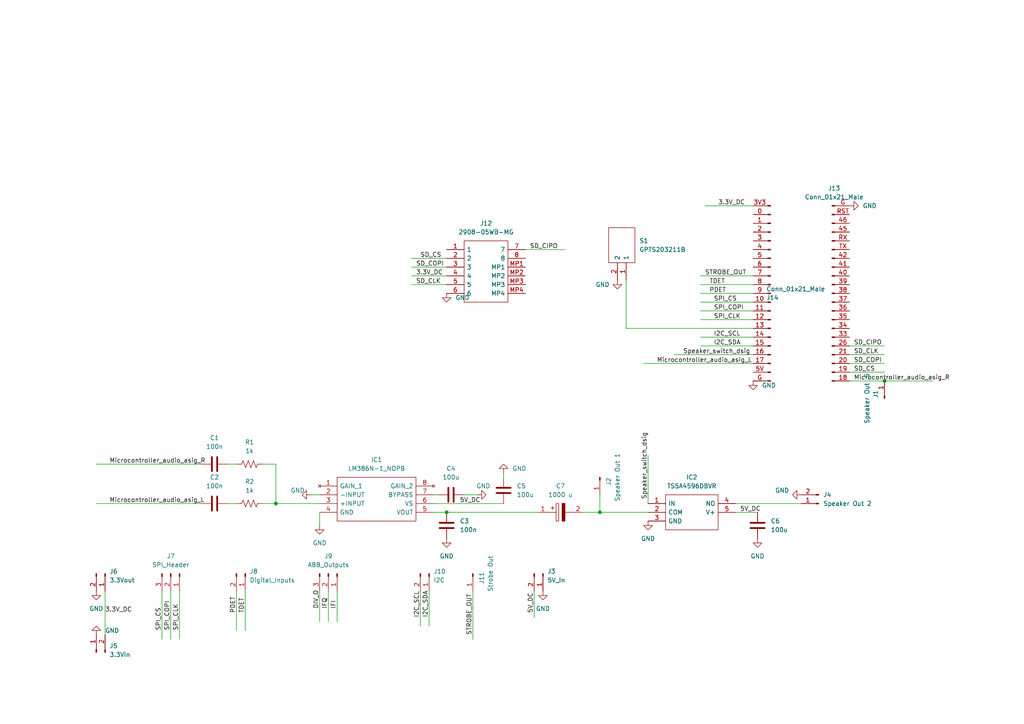
<source format=kicad_sch>
(kicad_sch (version 20211123) (generator eeschema)

  (uuid 938055ee-be91-4659-afae-93877be8861d)

  (paper "A4")

  (lib_symbols
    (symbol "Conn_01x21_Male_1" (pin_names (offset 1.016) hide) (in_bom yes) (on_board yes)
      (property "Reference" "J?" (id 0) (at 1.27 1.2701 0)
        (effects (font (size 1.27 1.27)) (justify right))
      )
      (property "Value" "Conn_01x21_Male_1" (id 1) (at 1.27 -1.2699 0)
        (effects (font (size 1.27 1.27)) (justify right))
      )
      (property "Footprint" "" (id 2) (at 0 0 0)
        (effects (font (size 1.27 1.27)) hide)
      )
      (property "Datasheet" "~" (id 3) (at 0 0 0)
        (effects (font (size 1.27 1.27)) hide)
      )
      (property "ki_keywords" "connector" (id 4) (at 0 0 0)
        (effects (font (size 1.27 1.27)) hide)
      )
      (property "ki_description" "Generic connector, single row, 01x21, script generated (kicad-library-utils/schlib/autogen/connector/)" (id 5) (at 0 0 0)
        (effects (font (size 1.27 1.27)) hide)
      )
      (property "ki_fp_filters" "Connector*:*_1x??_*" (id 6) (at 0 0 0)
        (effects (font (size 1.27 1.27)) hide)
      )
      (symbol "Conn_01x21_Male_1_1_1"
        (polyline
          (pts
            (xy 1.27 -25.4)
            (xy 0.8636 -25.4)
          )
          (stroke (width 0.1524) (type default) (color 0 0 0 0))
          (fill (type none))
        )
        (polyline
          (pts
            (xy 1.27 -22.86)
            (xy 0.8636 -22.86)
          )
          (stroke (width 0.1524) (type default) (color 0 0 0 0))
          (fill (type none))
        )
        (polyline
          (pts
            (xy 1.27 -20.32)
            (xy 0.8636 -20.32)
          )
          (stroke (width 0.1524) (type default) (color 0 0 0 0))
          (fill (type none))
        )
        (polyline
          (pts
            (xy 1.27 -17.78)
            (xy 0.8636 -17.78)
          )
          (stroke (width 0.1524) (type default) (color 0 0 0 0))
          (fill (type none))
        )
        (polyline
          (pts
            (xy 1.27 -15.24)
            (xy 0.8636 -15.24)
          )
          (stroke (width 0.1524) (type default) (color 0 0 0 0))
          (fill (type none))
        )
        (polyline
          (pts
            (xy 1.27 -12.7)
            (xy 0.8636 -12.7)
          )
          (stroke (width 0.1524) (type default) (color 0 0 0 0))
          (fill (type none))
        )
        (polyline
          (pts
            (xy 1.27 -10.16)
            (xy 0.8636 -10.16)
          )
          (stroke (width 0.1524) (type default) (color 0 0 0 0))
          (fill (type none))
        )
        (polyline
          (pts
            (xy 1.27 -7.62)
            (xy 0.8636 -7.62)
          )
          (stroke (width 0.1524) (type default) (color 0 0 0 0))
          (fill (type none))
        )
        (polyline
          (pts
            (xy 1.27 -5.08)
            (xy 0.8636 -5.08)
          )
          (stroke (width 0.1524) (type default) (color 0 0 0 0))
          (fill (type none))
        )
        (polyline
          (pts
            (xy 1.27 -2.54)
            (xy 0.8636 -2.54)
          )
          (stroke (width 0.1524) (type default) (color 0 0 0 0))
          (fill (type none))
        )
        (polyline
          (pts
            (xy 1.27 0)
            (xy 0.8636 0)
          )
          (stroke (width 0.1524) (type default) (color 0 0 0 0))
          (fill (type none))
        )
        (polyline
          (pts
            (xy 1.27 2.54)
            (xy 0.8636 2.54)
          )
          (stroke (width 0.1524) (type default) (color 0 0 0 0))
          (fill (type none))
        )
        (polyline
          (pts
            (xy 1.27 5.08)
            (xy 0.8636 5.08)
          )
          (stroke (width 0.1524) (type default) (color 0 0 0 0))
          (fill (type none))
        )
        (polyline
          (pts
            (xy 1.27 7.62)
            (xy 0.8636 7.62)
          )
          (stroke (width 0.1524) (type default) (color 0 0 0 0))
          (fill (type none))
        )
        (polyline
          (pts
            (xy 1.27 10.16)
            (xy 0.8636 10.16)
          )
          (stroke (width 0.1524) (type default) (color 0 0 0 0))
          (fill (type none))
        )
        (polyline
          (pts
            (xy 1.27 12.7)
            (xy 0.8636 12.7)
          )
          (stroke (width 0.1524) (type default) (color 0 0 0 0))
          (fill (type none))
        )
        (polyline
          (pts
            (xy 1.27 15.24)
            (xy 0.8636 15.24)
          )
          (stroke (width 0.1524) (type default) (color 0 0 0 0))
          (fill (type none))
        )
        (polyline
          (pts
            (xy 1.27 17.78)
            (xy 0.8636 17.78)
          )
          (stroke (width 0.1524) (type default) (color 0 0 0 0))
          (fill (type none))
        )
        (polyline
          (pts
            (xy 1.27 20.32)
            (xy 0.8636 20.32)
          )
          (stroke (width 0.1524) (type default) (color 0 0 0 0))
          (fill (type none))
        )
        (polyline
          (pts
            (xy 1.27 22.86)
            (xy 0.8636 22.86)
          )
          (stroke (width 0.1524) (type default) (color 0 0 0 0))
          (fill (type none))
        )
        (polyline
          (pts
            (xy 1.27 25.4)
            (xy 0.8636 25.4)
          )
          (stroke (width 0.1524) (type default) (color 0 0 0 0))
          (fill (type none))
        )
        (rectangle (start 0.8636 -25.273) (end 0 -25.527)
          (stroke (width 0.1524) (type default) (color 0 0 0 0))
          (fill (type outline))
        )
        (rectangle (start 0.8636 -22.733) (end 0 -22.987)
          (stroke (width 0.1524) (type default) (color 0 0 0 0))
          (fill (type outline))
        )
        (rectangle (start 0.8636 -20.193) (end 0 -20.447)
          (stroke (width 0.1524) (type default) (color 0 0 0 0))
          (fill (type outline))
        )
        (rectangle (start 0.8636 -17.653) (end 0 -17.907)
          (stroke (width 0.1524) (type default) (color 0 0 0 0))
          (fill (type outline))
        )
        (rectangle (start 0.8636 -15.113) (end 0 -15.367)
          (stroke (width 0.1524) (type default) (color 0 0 0 0))
          (fill (type outline))
        )
        (rectangle (start 0.8636 -12.573) (end 0 -12.827)
          (stroke (width 0.1524) (type default) (color 0 0 0 0))
          (fill (type outline))
        )
        (rectangle (start 0.8636 -10.033) (end 0 -10.287)
          (stroke (width 0.1524) (type default) (color 0 0 0 0))
          (fill (type outline))
        )
        (rectangle (start 0.8636 -7.493) (end 0 -7.747)
          (stroke (width 0.1524) (type default) (color 0 0 0 0))
          (fill (type outline))
        )
        (rectangle (start 0.8636 -4.953) (end 0 -5.207)
          (stroke (width 0.1524) (type default) (color 0 0 0 0))
          (fill (type outline))
        )
        (rectangle (start 0.8636 -2.413) (end 0 -2.667)
          (stroke (width 0.1524) (type default) (color 0 0 0 0))
          (fill (type outline))
        )
        (rectangle (start 0.8636 0.127) (end 0 -0.127)
          (stroke (width 0.1524) (type default) (color 0 0 0 0))
          (fill (type outline))
        )
        (rectangle (start 0.8636 2.667) (end 0 2.413)
          (stroke (width 0.1524) (type default) (color 0 0 0 0))
          (fill (type outline))
        )
        (rectangle (start 0.8636 5.207) (end 0 4.953)
          (stroke (width 0.1524) (type default) (color 0 0 0 0))
          (fill (type outline))
        )
        (rectangle (start 0.8636 7.747) (end 0 7.493)
          (stroke (width 0.1524) (type default) (color 0 0 0 0))
          (fill (type outline))
        )
        (rectangle (start 0.8636 10.287) (end 0 10.033)
          (stroke (width 0.1524) (type default) (color 0 0 0 0))
          (fill (type outline))
        )
        (rectangle (start 0.8636 12.827) (end 0 12.573)
          (stroke (width 0.1524) (type default) (color 0 0 0 0))
          (fill (type outline))
        )
        (rectangle (start 0.8636 15.367) (end 0 15.113)
          (stroke (width 0.1524) (type default) (color 0 0 0 0))
          (fill (type outline))
        )
        (rectangle (start 0.8636 17.907) (end 0 17.653)
          (stroke (width 0.1524) (type default) (color 0 0 0 0))
          (fill (type outline))
        )
        (rectangle (start 0.8636 20.447) (end 0 20.193)
          (stroke (width 0.1524) (type default) (color 0 0 0 0))
          (fill (type outline))
        )
        (rectangle (start 0.8636 22.987) (end 0 22.733)
          (stroke (width 0.1524) (type default) (color 0 0 0 0))
          (fill (type outline))
        )
        (rectangle (start 0.8636 25.527) (end 0 25.273)
          (stroke (width 0.1524) (type default) (color 0 0 0 0))
          (fill (type outline))
        )
        (pin passive line (at 5.08 -22.86 180) (length 3.81)
          (name "Pin_20" (effects (font (size 1.27 1.27))))
          (number "0" (effects (font (size 1.27 1.27))))
        )
        (pin passive line (at 5.08 -20.32 180) (length 3.81)
          (name "Pin_19" (effects (font (size 1.27 1.27))))
          (number "1" (effects (font (size 1.27 1.27))))
        )
        (pin passive line (at 5.08 2.54 180) (length 3.81)
          (name "Pin_10" (effects (font (size 1.27 1.27))))
          (number "10" (effects (font (size 1.27 1.27))))
        )
        (pin passive line (at 5.08 5.08 180) (length 3.81)
          (name "Pin_9" (effects (font (size 1.27 1.27))))
          (number "11" (effects (font (size 1.27 1.27))))
        )
        (pin passive line (at 5.08 7.62 180) (length 3.81)
          (name "Pin_8" (effects (font (size 1.27 1.27))))
          (number "12" (effects (font (size 1.27 1.27))))
        )
        (pin passive line (at 5.08 10.16 180) (length 3.81)
          (name "Pin_7" (effects (font (size 1.27 1.27))))
          (number "13" (effects (font (size 1.27 1.27))))
        )
        (pin passive line (at 5.08 12.7 180) (length 3.81)
          (name "Pin_6" (effects (font (size 1.27 1.27))))
          (number "14" (effects (font (size 1.27 1.27))))
        )
        (pin passive line (at 5.08 15.24 180) (length 3.81)
          (name "Pin_5" (effects (font (size 1.27 1.27))))
          (number "15" (effects (font (size 1.27 1.27))))
        )
        (pin passive line (at 5.08 17.78 180) (length 3.81)
          (name "Pin_4" (effects (font (size 1.27 1.27))))
          (number "16" (effects (font (size 1.27 1.27))))
        )
        (pin passive line (at 5.08 20.32 180) (length 3.81)
          (name "Pin_3" (effects (font (size 1.27 1.27))))
          (number "17" (effects (font (size 1.27 1.27))))
        )
        (pin passive line (at 5.08 -17.78 180) (length 3.81)
          (name "Pin_18" (effects (font (size 1.27 1.27))))
          (number "2" (effects (font (size 1.27 1.27))))
        )
        (pin passive line (at 5.08 -15.24 180) (length 3.81)
          (name "Pin_17" (effects (font (size 1.27 1.27))))
          (number "3" (effects (font (size 1.27 1.27))))
        )
        (pin passive line (at 5.08 -25.4 180) (length 3.81)
          (name "Pin_21" (effects (font (size 1.27 1.27))))
          (number "3V3" (effects (font (size 1.27 1.27))))
        )
        (pin passive line (at 5.08 -12.7 180) (length 3.81)
          (name "Pin_16" (effects (font (size 1.27 1.27))))
          (number "4" (effects (font (size 1.27 1.27))))
        )
        (pin passive line (at 5.08 -10.16 180) (length 3.81)
          (name "Pin_15" (effects (font (size 1.27 1.27))))
          (number "5" (effects (font (size 1.27 1.27))))
        )
        (pin passive line (at 5.08 22.86 180) (length 3.81)
          (name "Pin_2" (effects (font (size 1.27 1.27))))
          (number "5V" (effects (font (size 1.27 1.27))))
        )
        (pin passive line (at 5.08 -7.62 180) (length 3.81)
          (name "Pin_14" (effects (font (size 1.27 1.27))))
          (number "6" (effects (font (size 1.27 1.27))))
        )
        (pin passive line (at 5.08 -5.08 180) (length 3.81)
          (name "Pin_13" (effects (font (size 1.27 1.27))))
          (number "7" (effects (font (size 1.27 1.27))))
        )
        (pin passive line (at 5.08 -2.54 180) (length 3.81)
          (name "Pin_12" (effects (font (size 1.27 1.27))))
          (number "8" (effects (font (size 1.27 1.27))))
        )
        (pin passive line (at 5.08 0 180) (length 3.81)
          (name "Pin_11" (effects (font (size 1.27 1.27))))
          (number "9" (effects (font (size 1.27 1.27))))
        )
        (pin passive line (at 5.08 25.4 180) (length 3.81)
          (name "Pin_1" (effects (font (size 1.27 1.27))))
          (number "G" (effects (font (size 1.27 1.27))))
        )
      )
    )
    (symbol "Connector:Conn_01x01_Male" (pin_names (offset 1.016) hide) (in_bom yes) (on_board yes)
      (property "Reference" "J" (id 0) (at 0 2.54 0)
        (effects (font (size 1.27 1.27)))
      )
      (property "Value" "Conn_01x01_Male" (id 1) (at 0 -2.54 0)
        (effects (font (size 1.27 1.27)))
      )
      (property "Footprint" "" (id 2) (at 0 0 0)
        (effects (font (size 1.27 1.27)) hide)
      )
      (property "Datasheet" "~" (id 3) (at 0 0 0)
        (effects (font (size 1.27 1.27)) hide)
      )
      (property "ki_keywords" "connector" (id 4) (at 0 0 0)
        (effects (font (size 1.27 1.27)) hide)
      )
      (property "ki_description" "Generic connector, single row, 01x01, script generated (kicad-library-utils/schlib/autogen/connector/)" (id 5) (at 0 0 0)
        (effects (font (size 1.27 1.27)) hide)
      )
      (property "ki_fp_filters" "Connector*:*" (id 6) (at 0 0 0)
        (effects (font (size 1.27 1.27)) hide)
      )
      (symbol "Conn_01x01_Male_1_1"
        (polyline
          (pts
            (xy 1.27 0)
            (xy 0.8636 0)
          )
          (stroke (width 0.1524) (type default) (color 0 0 0 0))
          (fill (type none))
        )
        (rectangle (start 0.8636 0.127) (end 0 -0.127)
          (stroke (width 0.1524) (type default) (color 0 0 0 0))
          (fill (type outline))
        )
        (pin passive line (at 5.08 0 180) (length 3.81)
          (name "Pin_1" (effects (font (size 1.27 1.27))))
          (number "1" (effects (font (size 1.27 1.27))))
        )
      )
    )
    (symbol "Connector:Conn_01x02_Male" (pin_names (offset 1.016) hide) (in_bom yes) (on_board yes)
      (property "Reference" "J" (id 0) (at 0 2.54 0)
        (effects (font (size 1.27 1.27)))
      )
      (property "Value" "Conn_01x02_Male" (id 1) (at 0 -5.08 0)
        (effects (font (size 1.27 1.27)))
      )
      (property "Footprint" "" (id 2) (at 0 0 0)
        (effects (font (size 1.27 1.27)) hide)
      )
      (property "Datasheet" "~" (id 3) (at 0 0 0)
        (effects (font (size 1.27 1.27)) hide)
      )
      (property "ki_keywords" "connector" (id 4) (at 0 0 0)
        (effects (font (size 1.27 1.27)) hide)
      )
      (property "ki_description" "Generic connector, single row, 01x02, script generated (kicad-library-utils/schlib/autogen/connector/)" (id 5) (at 0 0 0)
        (effects (font (size 1.27 1.27)) hide)
      )
      (property "ki_fp_filters" "Connector*:*_1x??_*" (id 6) (at 0 0 0)
        (effects (font (size 1.27 1.27)) hide)
      )
      (symbol "Conn_01x02_Male_1_1"
        (polyline
          (pts
            (xy 1.27 -2.54)
            (xy 0.8636 -2.54)
          )
          (stroke (width 0.1524) (type default) (color 0 0 0 0))
          (fill (type none))
        )
        (polyline
          (pts
            (xy 1.27 0)
            (xy 0.8636 0)
          )
          (stroke (width 0.1524) (type default) (color 0 0 0 0))
          (fill (type none))
        )
        (rectangle (start 0.8636 -2.413) (end 0 -2.667)
          (stroke (width 0.1524) (type default) (color 0 0 0 0))
          (fill (type outline))
        )
        (rectangle (start 0.8636 0.127) (end 0 -0.127)
          (stroke (width 0.1524) (type default) (color 0 0 0 0))
          (fill (type outline))
        )
        (pin passive line (at 5.08 0 180) (length 3.81)
          (name "Pin_1" (effects (font (size 1.27 1.27))))
          (number "1" (effects (font (size 1.27 1.27))))
        )
        (pin passive line (at 5.08 -2.54 180) (length 3.81)
          (name "Pin_2" (effects (font (size 1.27 1.27))))
          (number "2" (effects (font (size 1.27 1.27))))
        )
      )
    )
    (symbol "Connector:Conn_01x03_Male" (pin_names (offset 1.016) hide) (in_bom yes) (on_board yes)
      (property "Reference" "J" (id 0) (at 0 5.08 0)
        (effects (font (size 1.27 1.27)))
      )
      (property "Value" "Conn_01x03_Male" (id 1) (at 0 -5.08 0)
        (effects (font (size 1.27 1.27)))
      )
      (property "Footprint" "" (id 2) (at 0 0 0)
        (effects (font (size 1.27 1.27)) hide)
      )
      (property "Datasheet" "~" (id 3) (at 0 0 0)
        (effects (font (size 1.27 1.27)) hide)
      )
      (property "ki_keywords" "connector" (id 4) (at 0 0 0)
        (effects (font (size 1.27 1.27)) hide)
      )
      (property "ki_description" "Generic connector, single row, 01x03, script generated (kicad-library-utils/schlib/autogen/connector/)" (id 5) (at 0 0 0)
        (effects (font (size 1.27 1.27)) hide)
      )
      (property "ki_fp_filters" "Connector*:*_1x??_*" (id 6) (at 0 0 0)
        (effects (font (size 1.27 1.27)) hide)
      )
      (symbol "Conn_01x03_Male_1_1"
        (polyline
          (pts
            (xy 1.27 -2.54)
            (xy 0.8636 -2.54)
          )
          (stroke (width 0.1524) (type default) (color 0 0 0 0))
          (fill (type none))
        )
        (polyline
          (pts
            (xy 1.27 0)
            (xy 0.8636 0)
          )
          (stroke (width 0.1524) (type default) (color 0 0 0 0))
          (fill (type none))
        )
        (polyline
          (pts
            (xy 1.27 2.54)
            (xy 0.8636 2.54)
          )
          (stroke (width 0.1524) (type default) (color 0 0 0 0))
          (fill (type none))
        )
        (rectangle (start 0.8636 -2.413) (end 0 -2.667)
          (stroke (width 0.1524) (type default) (color 0 0 0 0))
          (fill (type outline))
        )
        (rectangle (start 0.8636 0.127) (end 0 -0.127)
          (stroke (width 0.1524) (type default) (color 0 0 0 0))
          (fill (type outline))
        )
        (rectangle (start 0.8636 2.667) (end 0 2.413)
          (stroke (width 0.1524) (type default) (color 0 0 0 0))
          (fill (type outline))
        )
        (pin passive line (at 5.08 2.54 180) (length 3.81)
          (name "Pin_1" (effects (font (size 1.27 1.27))))
          (number "1" (effects (font (size 1.27 1.27))))
        )
        (pin passive line (at 5.08 0 180) (length 3.81)
          (name "Pin_2" (effects (font (size 1.27 1.27))))
          (number "2" (effects (font (size 1.27 1.27))))
        )
        (pin passive line (at 5.08 -2.54 180) (length 3.81)
          (name "Pin_3" (effects (font (size 1.27 1.27))))
          (number "3" (effects (font (size 1.27 1.27))))
        )
      )
    )
    (symbol "Connector:Conn_01x21_Male" (pin_names (offset 1.016) hide) (in_bom yes) (on_board yes)
      (property "Reference" "J?" (id 0) (at 0.635 30.48 0)
        (effects (font (size 1.27 1.27)))
      )
      (property "Value" "Conn_01x21_Male" (id 1) (at 0.635 27.94 0)
        (effects (font (size 1.27 1.27)))
      )
      (property "Footprint" "" (id 2) (at 0 0 0)
        (effects (font (size 1.27 1.27)) hide)
      )
      (property "Datasheet" "~" (id 3) (at 0 0 0)
        (effects (font (size 1.27 1.27)) hide)
      )
      (property "ki_keywords" "connector" (id 4) (at 0 0 0)
        (effects (font (size 1.27 1.27)) hide)
      )
      (property "ki_description" "Generic connector, single row, 01x21, script generated (kicad-library-utils/schlib/autogen/connector/)" (id 5) (at 0 0 0)
        (effects (font (size 1.27 1.27)) hide)
      )
      (property "ki_fp_filters" "Connector*:*_1x??_*" (id 6) (at 0 0 0)
        (effects (font (size 1.27 1.27)) hide)
      )
      (symbol "Conn_01x21_Male_1_1"
        (polyline
          (pts
            (xy 1.27 -25.4)
            (xy 0.8636 -25.4)
          )
          (stroke (width 0.1524) (type default) (color 0 0 0 0))
          (fill (type none))
        )
        (polyline
          (pts
            (xy 1.27 -22.86)
            (xy 0.8636 -22.86)
          )
          (stroke (width 0.1524) (type default) (color 0 0 0 0))
          (fill (type none))
        )
        (polyline
          (pts
            (xy 1.27 -20.32)
            (xy 0.8636 -20.32)
          )
          (stroke (width 0.1524) (type default) (color 0 0 0 0))
          (fill (type none))
        )
        (polyline
          (pts
            (xy 1.27 -17.78)
            (xy 0.8636 -17.78)
          )
          (stroke (width 0.1524) (type default) (color 0 0 0 0))
          (fill (type none))
        )
        (polyline
          (pts
            (xy 1.27 -15.24)
            (xy 0.8636 -15.24)
          )
          (stroke (width 0.1524) (type default) (color 0 0 0 0))
          (fill (type none))
        )
        (polyline
          (pts
            (xy 1.27 -12.7)
            (xy 0.8636 -12.7)
          )
          (stroke (width 0.1524) (type default) (color 0 0 0 0))
          (fill (type none))
        )
        (polyline
          (pts
            (xy 1.27 -10.16)
            (xy 0.8636 -10.16)
          )
          (stroke (width 0.1524) (type default) (color 0 0 0 0))
          (fill (type none))
        )
        (polyline
          (pts
            (xy 1.27 -7.62)
            (xy 0.8636 -7.62)
          )
          (stroke (width 0.1524) (type default) (color 0 0 0 0))
          (fill (type none))
        )
        (polyline
          (pts
            (xy 1.27 -5.08)
            (xy 0.8636 -5.08)
          )
          (stroke (width 0.1524) (type default) (color 0 0 0 0))
          (fill (type none))
        )
        (polyline
          (pts
            (xy 1.27 -2.54)
            (xy 0.8636 -2.54)
          )
          (stroke (width 0.1524) (type default) (color 0 0 0 0))
          (fill (type none))
        )
        (polyline
          (pts
            (xy 1.27 0)
            (xy 0.8636 0)
          )
          (stroke (width 0.1524) (type default) (color 0 0 0 0))
          (fill (type none))
        )
        (polyline
          (pts
            (xy 1.27 2.54)
            (xy 0.8636 2.54)
          )
          (stroke (width 0.1524) (type default) (color 0 0 0 0))
          (fill (type none))
        )
        (polyline
          (pts
            (xy 1.27 5.08)
            (xy 0.8636 5.08)
          )
          (stroke (width 0.1524) (type default) (color 0 0 0 0))
          (fill (type none))
        )
        (polyline
          (pts
            (xy 1.27 7.62)
            (xy 0.8636 7.62)
          )
          (stroke (width 0.1524) (type default) (color 0 0 0 0))
          (fill (type none))
        )
        (polyline
          (pts
            (xy 1.27 10.16)
            (xy 0.8636 10.16)
          )
          (stroke (width 0.1524) (type default) (color 0 0 0 0))
          (fill (type none))
        )
        (polyline
          (pts
            (xy 1.27 12.7)
            (xy 0.8636 12.7)
          )
          (stroke (width 0.1524) (type default) (color 0 0 0 0))
          (fill (type none))
        )
        (polyline
          (pts
            (xy 1.27 15.24)
            (xy 0.8636 15.24)
          )
          (stroke (width 0.1524) (type default) (color 0 0 0 0))
          (fill (type none))
        )
        (polyline
          (pts
            (xy 1.27 17.78)
            (xy 0.8636 17.78)
          )
          (stroke (width 0.1524) (type default) (color 0 0 0 0))
          (fill (type none))
        )
        (polyline
          (pts
            (xy 1.27 20.32)
            (xy 0.8636 20.32)
          )
          (stroke (width 0.1524) (type default) (color 0 0 0 0))
          (fill (type none))
        )
        (polyline
          (pts
            (xy 1.27 22.86)
            (xy 0.8636 22.86)
          )
          (stroke (width 0.1524) (type default) (color 0 0 0 0))
          (fill (type none))
        )
        (polyline
          (pts
            (xy 1.27 25.4)
            (xy 0.8636 25.4)
          )
          (stroke (width 0.1524) (type default) (color 0 0 0 0))
          (fill (type none))
        )
        (rectangle (start 0.8636 -25.273) (end 0 -25.527)
          (stroke (width 0.1524) (type default) (color 0 0 0 0))
          (fill (type outline))
        )
        (rectangle (start 0.8636 -22.733) (end 0 -22.987)
          (stroke (width 0.1524) (type default) (color 0 0 0 0))
          (fill (type outline))
        )
        (rectangle (start 0.8636 -20.193) (end 0 -20.447)
          (stroke (width 0.1524) (type default) (color 0 0 0 0))
          (fill (type outline))
        )
        (rectangle (start 0.8636 -17.653) (end 0 -17.907)
          (stroke (width 0.1524) (type default) (color 0 0 0 0))
          (fill (type outline))
        )
        (rectangle (start 0.8636 -15.113) (end 0 -15.367)
          (stroke (width 0.1524) (type default) (color 0 0 0 0))
          (fill (type outline))
        )
        (rectangle (start 0.8636 -12.573) (end 0 -12.827)
          (stroke (width 0.1524) (type default) (color 0 0 0 0))
          (fill (type outline))
        )
        (rectangle (start 0.8636 -10.033) (end 0 -10.287)
          (stroke (width 0.1524) (type default) (color 0 0 0 0))
          (fill (type outline))
        )
        (rectangle (start 0.8636 -7.493) (end 0 -7.747)
          (stroke (width 0.1524) (type default) (color 0 0 0 0))
          (fill (type outline))
        )
        (rectangle (start 0.8636 -4.953) (end 0 -5.207)
          (stroke (width 0.1524) (type default) (color 0 0 0 0))
          (fill (type outline))
        )
        (rectangle (start 0.8636 -2.413) (end 0 -2.667)
          (stroke (width 0.1524) (type default) (color 0 0 0 0))
          (fill (type outline))
        )
        (rectangle (start 0.8636 0.127) (end 0 -0.127)
          (stroke (width 0.1524) (type default) (color 0 0 0 0))
          (fill (type outline))
        )
        (rectangle (start 0.8636 2.667) (end 0 2.413)
          (stroke (width 0.1524) (type default) (color 0 0 0 0))
          (fill (type outline))
        )
        (rectangle (start 0.8636 5.207) (end 0 4.953)
          (stroke (width 0.1524) (type default) (color 0 0 0 0))
          (fill (type outline))
        )
        (rectangle (start 0.8636 7.747) (end 0 7.493)
          (stroke (width 0.1524) (type default) (color 0 0 0 0))
          (fill (type outline))
        )
        (rectangle (start 0.8636 10.287) (end 0 10.033)
          (stroke (width 0.1524) (type default) (color 0 0 0 0))
          (fill (type outline))
        )
        (rectangle (start 0.8636 12.827) (end 0 12.573)
          (stroke (width 0.1524) (type default) (color 0 0 0 0))
          (fill (type outline))
        )
        (rectangle (start 0.8636 15.367) (end 0 15.113)
          (stroke (width 0.1524) (type default) (color 0 0 0 0))
          (fill (type outline))
        )
        (rectangle (start 0.8636 17.907) (end 0 17.653)
          (stroke (width 0.1524) (type default) (color 0 0 0 0))
          (fill (type outline))
        )
        (rectangle (start 0.8636 20.447) (end 0 20.193)
          (stroke (width 0.1524) (type default) (color 0 0 0 0))
          (fill (type outline))
        )
        (rectangle (start 0.8636 22.987) (end 0 22.733)
          (stroke (width 0.1524) (type default) (color 0 0 0 0))
          (fill (type outline))
        )
        (rectangle (start 0.8636 25.527) (end 0 25.273)
          (stroke (width 0.1524) (type default) (color 0 0 0 0))
          (fill (type outline))
        )
        (pin passive line (at 5.08 -25.4 180) (length 3.81)
          (name "Pin_21" (effects (font (size 1.27 1.27))))
          (number "18" (effects (font (size 1.27 1.27))))
        )
        (pin passive line (at 5.08 -22.86 180) (length 3.81)
          (name "Pin_20" (effects (font (size 1.27 1.27))))
          (number "19" (effects (font (size 1.27 1.27))))
        )
        (pin passive line (at 5.08 -20.32 180) (length 3.81)
          (name "Pin_19" (effects (font (size 1.27 1.27))))
          (number "20" (effects (font (size 1.27 1.27))))
        )
        (pin passive line (at 5.08 -17.78 180) (length 3.81)
          (name "Pin_18" (effects (font (size 1.27 1.27))))
          (number "21" (effects (font (size 1.27 1.27))))
        )
        (pin passive line (at 5.08 -15.24 180) (length 3.81)
          (name "Pin_17" (effects (font (size 1.27 1.27))))
          (number "26" (effects (font (size 1.27 1.27))))
        )
        (pin passive line (at 5.08 -12.7 180) (length 3.81)
          (name "Pin_16" (effects (font (size 1.27 1.27))))
          (number "33" (effects (font (size 1.27 1.27))))
        )
        (pin passive line (at 5.08 -10.16 180) (length 3.81)
          (name "Pin_15" (effects (font (size 1.27 1.27))))
          (number "34" (effects (font (size 1.27 1.27))))
        )
        (pin passive line (at 5.08 -7.62 180) (length 3.81)
          (name "Pin_14" (effects (font (size 1.27 1.27))))
          (number "35" (effects (font (size 1.27 1.27))))
        )
        (pin passive line (at 5.08 -5.08 180) (length 3.81)
          (name "Pin_13" (effects (font (size 1.27 1.27))))
          (number "36" (effects (font (size 1.27 1.27))))
        )
        (pin passive line (at 5.08 -2.54 180) (length 3.81)
          (name "Pin_12" (effects (font (size 1.27 1.27))))
          (number "37" (effects (font (size 1.27 1.27))))
        )
        (pin passive line (at 5.08 0 180) (length 3.81)
          (name "Pin_11" (effects (font (size 1.27 1.27))))
          (number "38" (effects (font (size 1.27 1.27))))
        )
        (pin passive line (at 5.08 2.54 180) (length 3.81)
          (name "Pin_10" (effects (font (size 1.27 1.27))))
          (number "39" (effects (font (size 1.27 1.27))))
        )
        (pin passive line (at 5.08 5.08 180) (length 3.81)
          (name "Pin_9" (effects (font (size 1.27 1.27))))
          (number "40" (effects (font (size 1.27 1.27))))
        )
        (pin passive line (at 5.08 7.62 180) (length 3.81)
          (name "Pin_8" (effects (font (size 1.27 1.27))))
          (number "41" (effects (font (size 1.27 1.27))))
        )
        (pin passive line (at 5.08 10.16 180) (length 3.81)
          (name "Pin_7" (effects (font (size 1.27 1.27))))
          (number "42" (effects (font (size 1.27 1.27))))
        )
        (pin passive line (at 5.08 17.78 180) (length 3.81)
          (name "Pin_4" (effects (font (size 1.27 1.27))))
          (number "45" (effects (font (size 1.27 1.27))))
        )
        (pin passive line (at 5.08 20.32 180) (length 3.81)
          (name "Pin_3" (effects (font (size 1.27 1.27))))
          (number "46" (effects (font (size 1.27 1.27))))
        )
        (pin passive line (at 5.08 25.4 180) (length 3.81)
          (name "Pin_1" (effects (font (size 1.27 1.27))))
          (number "G" (effects (font (size 1.27 1.27))))
        )
        (pin passive line (at 5.08 22.86 180) (length 3.81)
          (name "Pin_2" (effects (font (size 1.27 1.27))))
          (number "RST" (effects (font (size 1.27 1.27))))
        )
        (pin passive line (at 5.08 15.24 180) (length 3.81)
          (name "Pin_5" (effects (font (size 1.27 1.27))))
          (number "RX" (effects (font (size 1.27 1.27))))
        )
        (pin passive line (at 5.08 12.7 180) (length 3.81)
          (name "Pin_6" (effects (font (size 1.27 1.27))))
          (number "TX" (effects (font (size 1.27 1.27))))
        )
      )
    )
    (symbol "Device:C" (pin_numbers hide) (pin_names (offset 0.254)) (in_bom yes) (on_board yes)
      (property "Reference" "C" (id 0) (at 0.635 2.54 0)
        (effects (font (size 1.27 1.27)) (justify left))
      )
      (property "Value" "C" (id 1) (at 0.635 -2.54 0)
        (effects (font (size 1.27 1.27)) (justify left))
      )
      (property "Footprint" "" (id 2) (at 0.9652 -3.81 0)
        (effects (font (size 1.27 1.27)) hide)
      )
      (property "Datasheet" "~" (id 3) (at 0 0 0)
        (effects (font (size 1.27 1.27)) hide)
      )
      (property "ki_keywords" "cap capacitor" (id 4) (at 0 0 0)
        (effects (font (size 1.27 1.27)) hide)
      )
      (property "ki_description" "Unpolarized capacitor" (id 5) (at 0 0 0)
        (effects (font (size 1.27 1.27)) hide)
      )
      (property "ki_fp_filters" "C_*" (id 6) (at 0 0 0)
        (effects (font (size 1.27 1.27)) hide)
      )
      (symbol "C_0_1"
        (polyline
          (pts
            (xy -2.032 -0.762)
            (xy 2.032 -0.762)
          )
          (stroke (width 0.508) (type default) (color 0 0 0 0))
          (fill (type none))
        )
        (polyline
          (pts
            (xy -2.032 0.762)
            (xy 2.032 0.762)
          )
          (stroke (width 0.508) (type default) (color 0 0 0 0))
          (fill (type none))
        )
      )
      (symbol "C_1_1"
        (pin passive line (at 0 3.81 270) (length 2.794)
          (name "~" (effects (font (size 1.27 1.27))))
          (number "1" (effects (font (size 1.27 1.27))))
        )
        (pin passive line (at 0 -3.81 90) (length 2.794)
          (name "~" (effects (font (size 1.27 1.27))))
          (number "2" (effects (font (size 1.27 1.27))))
        )
      )
    )
    (symbol "Device:R_US" (pin_numbers hide) (pin_names (offset 0)) (in_bom yes) (on_board yes)
      (property "Reference" "R" (id 0) (at 2.54 0 90)
        (effects (font (size 1.27 1.27)))
      )
      (property "Value" "R_US" (id 1) (at -2.54 0 90)
        (effects (font (size 1.27 1.27)))
      )
      (property "Footprint" "" (id 2) (at 1.016 -0.254 90)
        (effects (font (size 1.27 1.27)) hide)
      )
      (property "Datasheet" "~" (id 3) (at 0 0 0)
        (effects (font (size 1.27 1.27)) hide)
      )
      (property "ki_keywords" "R res resistor" (id 4) (at 0 0 0)
        (effects (font (size 1.27 1.27)) hide)
      )
      (property "ki_description" "Resistor, US symbol" (id 5) (at 0 0 0)
        (effects (font (size 1.27 1.27)) hide)
      )
      (property "ki_fp_filters" "R_*" (id 6) (at 0 0 0)
        (effects (font (size 1.27 1.27)) hide)
      )
      (symbol "R_US_0_1"
        (polyline
          (pts
            (xy 0 -2.286)
            (xy 0 -2.54)
          )
          (stroke (width 0) (type default) (color 0 0 0 0))
          (fill (type none))
        )
        (polyline
          (pts
            (xy 0 2.286)
            (xy 0 2.54)
          )
          (stroke (width 0) (type default) (color 0 0 0 0))
          (fill (type none))
        )
        (polyline
          (pts
            (xy 0 -0.762)
            (xy 1.016 -1.143)
            (xy 0 -1.524)
            (xy -1.016 -1.905)
            (xy 0 -2.286)
          )
          (stroke (width 0) (type default) (color 0 0 0 0))
          (fill (type none))
        )
        (polyline
          (pts
            (xy 0 0.762)
            (xy 1.016 0.381)
            (xy 0 0)
            (xy -1.016 -0.381)
            (xy 0 -0.762)
          )
          (stroke (width 0) (type default) (color 0 0 0 0))
          (fill (type none))
        )
        (polyline
          (pts
            (xy 0 2.286)
            (xy 1.016 1.905)
            (xy 0 1.524)
            (xy -1.016 1.143)
            (xy 0 0.762)
          )
          (stroke (width 0) (type default) (color 0 0 0 0))
          (fill (type none))
        )
      )
      (symbol "R_US_1_1"
        (pin passive line (at 0 3.81 270) (length 1.27)
          (name "~" (effects (font (size 1.27 1.27))))
          (number "1" (effects (font (size 1.27 1.27))))
        )
        (pin passive line (at 0 -3.81 90) (length 1.27)
          (name "~" (effects (font (size 1.27 1.27))))
          (number "2" (effects (font (size 1.27 1.27))))
        )
      )
    )
    (symbol "SamacSys_Parts:2908-05WB-MG" (pin_names (offset 0.762)) (in_bom yes) (on_board yes)
      (property "Reference" "J" (id 0) (at 19.05 7.62 0)
        (effects (font (size 1.27 1.27)) (justify left))
      )
      (property "Value" "2908-05WB-MG" (id 1) (at 19.05 5.08 0)
        (effects (font (size 1.27 1.27)) (justify left))
      )
      (property "Footprint" "290805WBMG" (id 2) (at 19.05 2.54 0)
        (effects (font (size 1.27 1.27)) (justify left) hide)
      )
      (property "Datasheet" "https://componentsearchengine.com/Datasheets/1/2908-05WB-MG.pdf" (id 3) (at 19.05 0 0)
        (effects (font (size 1.27 1.27)) (justify left) hide)
      )
      (property "Description" "Memory Card Connectors MICROSD 8P P/P SMT POLARIZED" (id 4) (at 19.05 -2.54 0)
        (effects (font (size 1.27 1.27)) (justify left) hide)
      )
      (property "Height" "1.85" (id 5) (at 19.05 -5.08 0)
        (effects (font (size 1.27 1.27)) (justify left) hide)
      )
      (property "Mouser Part Number" "517-2908-05WB-MG" (id 6) (at 19.05 -7.62 0)
        (effects (font (size 1.27 1.27)) (justify left) hide)
      )
      (property "Mouser Price/Stock" "https://www.mouser.co.uk/ProductDetail/3M-Electronic-Solutions-Division/2908-05WB-MG?qs=vnwGVgFuQiZPJoOt79ALlw%3D%3D" (id 7) (at 19.05 -10.16 0)
        (effects (font (size 1.27 1.27)) (justify left) hide)
      )
      (property "Manufacturer_Name" "3M" (id 8) (at 19.05 -12.7 0)
        (effects (font (size 1.27 1.27)) (justify left) hide)
      )
      (property "Manufacturer_Part_Number" "2908-05WB-MG" (id 9) (at 19.05 -15.24 0)
        (effects (font (size 1.27 1.27)) (justify left) hide)
      )
      (property "ki_description" "Memory Card Connectors MICROSD 8P P/P SMT POLARIZED" (id 10) (at 0 0 0)
        (effects (font (size 1.27 1.27)) hide)
      )
      (symbol "2908-05WB-MG_0_0"
        (pin passive line (at 0 0 0) (length 5.08)
          (name "1" (effects (font (size 1.27 1.27))))
          (number "1" (effects (font (size 1.27 1.27))))
        )
        (pin passive line (at 0 -2.54 0) (length 5.08)
          (name "2" (effects (font (size 1.27 1.27))))
          (number "2" (effects (font (size 1.27 1.27))))
        )
        (pin passive line (at 0 -5.08 0) (length 5.08)
          (name "3" (effects (font (size 1.27 1.27))))
          (number "3" (effects (font (size 1.27 1.27))))
        )
        (pin passive line (at 0 -7.62 0) (length 5.08)
          (name "4" (effects (font (size 1.27 1.27))))
          (number "4" (effects (font (size 1.27 1.27))))
        )
        (pin passive line (at 0 -10.16 0) (length 5.08)
          (name "5" (effects (font (size 1.27 1.27))))
          (number "5" (effects (font (size 1.27 1.27))))
        )
        (pin passive line (at 0 -12.7 0) (length 5.08)
          (name "6" (effects (font (size 1.27 1.27))))
          (number "6" (effects (font (size 1.27 1.27))))
        )
        (pin passive line (at 22.86 0 180) (length 5.08)
          (name "7" (effects (font (size 1.27 1.27))))
          (number "7" (effects (font (size 1.27 1.27))))
        )
        (pin passive line (at 22.86 -2.54 180) (length 5.08)
          (name "8" (effects (font (size 1.27 1.27))))
          (number "8" (effects (font (size 1.27 1.27))))
        )
        (pin passive line (at 22.86 -5.08 180) (length 5.08)
          (name "MP1" (effects (font (size 1.27 1.27))))
          (number "MP1" (effects (font (size 1.27 1.27))))
        )
        (pin passive line (at 22.86 -7.62 180) (length 5.08)
          (name "MP2" (effects (font (size 1.27 1.27))))
          (number "MP2" (effects (font (size 1.27 1.27))))
        )
        (pin passive line (at 22.86 -10.16 180) (length 5.08)
          (name "MP3" (effects (font (size 1.27 1.27))))
          (number "MP3" (effects (font (size 1.27 1.27))))
        )
        (pin passive line (at 22.86 -12.7 180) (length 5.08)
          (name "MP4" (effects (font (size 1.27 1.27))))
          (number "MP4" (effects (font (size 1.27 1.27))))
        )
      )
      (symbol "2908-05WB-MG_0_1"
        (polyline
          (pts
            (xy 5.08 2.54)
            (xy 17.78 2.54)
            (xy 17.78 -15.24)
            (xy 5.08 -15.24)
            (xy 5.08 2.54)
          )
          (stroke (width 0.1524) (type default) (color 0 0 0 0))
          (fill (type none))
        )
      )
    )
    (symbol "SamacSys_Parts:865080257014" (pin_names (offset 0.762)) (in_bom yes) (on_board yes)
      (property "Reference" "C" (id 0) (at 8.89 6.35 0)
        (effects (font (size 1.27 1.27)) (justify left))
      )
      (property "Value" "865080257014" (id 1) (at 8.89 3.81 0)
        (effects (font (size 1.27 1.27)) (justify left))
      )
      (property "Footprint" "CAPAE1030X1050N" (id 2) (at 8.89 1.27 0)
        (effects (font (size 1.27 1.27)) (justify left) hide)
      )
      (property "Datasheet" "https://www.we-online.com/catalog/datasheet/865080257014.pdf" (id 3) (at 8.89 -1.27 0)
        (effects (font (size 1.27 1.27)) (justify left) hide)
      )
      (property "Description" "Wurth Elektronik 1000uF 10 V dc Aluminium Electrolytic Capacitor, WCAP-ASLI Series 2000h 10 (Dia.) x 10.35mm" (id 4) (at 8.89 -3.81 0)
        (effects (font (size 1.27 1.27)) (justify left) hide)
      )
      (property "Height" "10.5" (id 5) (at 8.89 -6.35 0)
        (effects (font (size 1.27 1.27)) (justify left) hide)
      )
      (property "Mouser Part Number" "710-865080257014" (id 6) (at 8.89 -8.89 0)
        (effects (font (size 1.27 1.27)) (justify left) hide)
      )
      (property "Mouser Price/Stock" "https://www.mouser.co.uk/ProductDetail/Wurth-Elektronik/865080257014?qs=0KOYDY2FL2%2FeDzqqpY4biQ%3D%3D" (id 7) (at 8.89 -11.43 0)
        (effects (font (size 1.27 1.27)) (justify left) hide)
      )
      (property "Manufacturer_Name" "Wurth Elektronik" (id 8) (at 8.89 -13.97 0)
        (effects (font (size 1.27 1.27)) (justify left) hide)
      )
      (property "Manufacturer_Part_Number" "865080257014" (id 9) (at 8.89 -16.51 0)
        (effects (font (size 1.27 1.27)) (justify left) hide)
      )
      (property "ki_description" "Wurth Elektronik 1000uF 10 V dc Aluminium Electrolytic Capacitor, WCAP-ASLI Series 2000h 10 (Dia.) x 10.35mm" (id 10) (at 0 0 0)
        (effects (font (size 1.27 1.27)) hide)
      )
      (symbol "865080257014_0_0"
        (pin passive line (at 0 0 0) (length 2.54)
          (name "~" (effects (font (size 1.27 1.27))))
          (number "1" (effects (font (size 1.27 1.27))))
        )
        (pin passive line (at 12.7 0 180) (length 2.54)
          (name "~" (effects (font (size 1.27 1.27))))
          (number "2" (effects (font (size 1.27 1.27))))
        )
      )
      (symbol "865080257014_0_1"
        (polyline
          (pts
            (xy 2.54 0)
            (xy 5.08 0)
          )
          (stroke (width 0.1524) (type default) (color 0 0 0 0))
          (fill (type none))
        )
        (polyline
          (pts
            (xy 4.064 1.778)
            (xy 4.064 0.762)
          )
          (stroke (width 0.1524) (type default) (color 0 0 0 0))
          (fill (type none))
        )
        (polyline
          (pts
            (xy 4.572 1.27)
            (xy 3.556 1.27)
          )
          (stroke (width 0.1524) (type default) (color 0 0 0 0))
          (fill (type none))
        )
        (polyline
          (pts
            (xy 7.62 0)
            (xy 10.16 0)
          )
          (stroke (width 0.1524) (type default) (color 0 0 0 0))
          (fill (type none))
        )
        (polyline
          (pts
            (xy 5.08 2.54)
            (xy 5.08 -2.54)
            (xy 5.842 -2.54)
            (xy 5.842 2.54)
            (xy 5.08 2.54)
          )
          (stroke (width 0.1524) (type default) (color 0 0 0 0))
          (fill (type none))
        )
        (polyline
          (pts
            (xy 7.62 2.54)
            (xy 7.62 -2.54)
            (xy 6.858 -2.54)
            (xy 6.858 2.54)
            (xy 7.62 2.54)
          )
          (stroke (width 0.254) (type default) (color 0 0 0 0))
          (fill (type outline))
        )
      )
    )
    (symbol "SamacSys_Parts:GPTS203211B" (pin_names (offset 0.762)) (in_bom yes) (on_board yes)
      (property "Reference" "S" (id 0) (at 16.51 7.62 0)
        (effects (font (size 1.27 1.27)) (justify left))
      )
      (property "Value" "GPTS203211B" (id 1) (at 16.51 5.08 0)
        (effects (font (size 1.27 1.27)) (justify left))
      )
      (property "Footprint" "GPTS203211B" (id 2) (at 16.51 2.54 0)
        (effects (font (size 1.27 1.27)) (justify left) hide)
      )
      (property "Datasheet" "http://switches-connectors-custom.cwind.com/Asset/GPTS203211BR2.pdf" (id 3) (at 16.51 0 0)
        (effects (font (size 1.27 1.27)) (justify left) hide)
      )
      (property "Description" "Pushbutton Switches SPST ON-OFF" (id 4) (at 16.51 -2.54 0)
        (effects (font (size 1.27 1.27)) (justify left) hide)
      )
      (property "Height" "" (id 5) (at 16.51 -5.08 0)
        (effects (font (size 1.27 1.27)) (justify left) hide)
      )
      (property "Mouser Part Number" "629-GPTS203211B" (id 6) (at 16.51 -7.62 0)
        (effects (font (size 1.27 1.27)) (justify left) hide)
      )
      (property "Mouser Price/Stock" "https://www.mouser.co.uk/ProductDetail/CW-Industries/GPTS203211B?qs=sajaCoHCXPR%252BmLwibobs6Q%3D%3D" (id 7) (at 16.51 -10.16 0)
        (effects (font (size 1.27 1.27)) (justify left) hide)
      )
      (property "Manufacturer_Name" "CW Industries" (id 8) (at 16.51 -12.7 0)
        (effects (font (size 1.27 1.27)) (justify left) hide)
      )
      (property "Manufacturer_Part_Number" "GPTS203211B" (id 9) (at 16.51 -15.24 0)
        (effects (font (size 1.27 1.27)) (justify left) hide)
      )
      (property "ki_description" "Pushbutton Switches SPST ON-OFF" (id 10) (at 0 0 0)
        (effects (font (size 1.27 1.27)) hide)
      )
      (symbol "GPTS203211B_0_0"
        (pin passive line (at 0 -2.54 0) (length 5.08)
          (name "1" (effects (font (size 1.27 1.27))))
          (number "1" (effects (font (size 1.27 1.27))))
        )
        (pin passive line (at 0 0 0) (length 5.08)
          (name "2" (effects (font (size 1.27 1.27))))
          (number "2" (effects (font (size 1.27 1.27))))
        )
      )
      (symbol "GPTS203211B_0_1"
        (polyline
          (pts
            (xy 5.08 2.54)
            (xy 15.24 2.54)
            (xy 15.24 -5.08)
            (xy 5.08 -5.08)
            (xy 5.08 2.54)
          )
          (stroke (width 0.1524) (type default) (color 0 0 0 0))
          (fill (type none))
        )
      )
    )
    (symbol "SamacSys_Parts:LM386N-1_NOPB" (pin_names (offset 0.762)) (in_bom yes) (on_board yes)
      (property "Reference" "IC?" (id 0) (at 16.51 7.62 0)
        (effects (font (size 1.27 1.27)))
      )
      (property "Value" "LM386N-1_NOPB" (id 1) (at 16.51 5.08 0)
        (effects (font (size 1.27 1.27)))
      )
      (property "Footprint" "DIP794W53P254L959H508Q8N" (id 2) (at 29.21 2.54 0)
        (effects (font (size 1.27 1.27)) (justify left) hide)
      )
      (property "Datasheet" "http://www.ti.com/lit/ds/symlink/lm386.pdf" (id 3) (at 29.21 0 0)
        (effects (font (size 1.27 1.27)) (justify left) hide)
      )
      (property "Description" "Wide Input Voltage Low Power Audio Amplifier with Internal Gain" (id 4) (at 29.21 -2.54 0)
        (effects (font (size 1.27 1.27)) (justify left) hide)
      )
      (property "Height" "5.08" (id 5) (at 29.21 -5.08 0)
        (effects (font (size 1.27 1.27)) (justify left) hide)
      )
      (property "Mouser Part Number" "926-LM386N-1/NOPB" (id 6) (at 29.21 -7.62 0)
        (effects (font (size 1.27 1.27)) (justify left) hide)
      )
      (property "Mouser Price/Stock" "https://www.mouser.co.uk/ProductDetail/Texas-Instruments/LM386N-1-NOPB?qs=QbsRYf82W3GLguMHc1jDPg%3D%3D" (id 7) (at 29.21 -10.16 0)
        (effects (font (size 1.27 1.27)) (justify left) hide)
      )
      (property "Manufacturer_Name" "Texas Instruments" (id 8) (at 29.21 -12.7 0)
        (effects (font (size 1.27 1.27)) (justify left) hide)
      )
      (property "Manufacturer_Part_Number" "LM386N-1/NOPB" (id 9) (at 29.21 -15.24 0)
        (effects (font (size 1.27 1.27)) (justify left) hide)
      )
      (property "ki_description" "Wide Input Voltage Low Power Audio Amplifier with Internal Gain" (id 10) (at 0 0 0)
        (effects (font (size 1.27 1.27)) hide)
      )
      (symbol "LM386N-1_NOPB_0_0"
        (pin no_connect line (at 0 0 0) (length 5.08)
          (name "GAIN_1" (effects (font (size 1.27 1.27))))
          (number "1" (effects (font (size 1.27 1.27))))
        )
        (pin passive line (at 0 -2.54 0) (length 5.08)
          (name "-INPUT" (effects (font (size 1.27 1.27))))
          (number "2" (effects (font (size 1.27 1.27))))
        )
        (pin passive line (at 0 -5.08 0) (length 5.08)
          (name "+INPUT" (effects (font (size 1.27 1.27))))
          (number "3" (effects (font (size 1.27 1.27))))
        )
        (pin passive line (at 0 -7.62 0) (length 5.08)
          (name "GND" (effects (font (size 1.27 1.27))))
          (number "4" (effects (font (size 1.27 1.27))))
        )
        (pin passive line (at 33.02 -7.62 180) (length 5.08)
          (name "VOUT" (effects (font (size 1.27 1.27))))
          (number "5" (effects (font (size 1.27 1.27))))
        )
        (pin passive line (at 33.02 -5.08 180) (length 5.08)
          (name "VS" (effects (font (size 1.27 1.27))))
          (number "6" (effects (font (size 1.27 1.27))))
        )
        (pin passive line (at 33.02 -2.54 180) (length 5.08)
          (name "BYPASS" (effects (font (size 1.27 1.27))))
          (number "7" (effects (font (size 1.27 1.27))))
        )
        (pin no_connect line (at 33.02 0 180) (length 5.08)
          (name "GAIN_2" (effects (font (size 1.27 1.27))))
          (number "8" (effects (font (size 1.27 1.27))))
        )
      )
      (symbol "LM386N-1_NOPB_0_1"
        (polyline
          (pts
            (xy 5.08 2.54)
            (xy 27.94 2.54)
            (xy 27.94 -10.16)
            (xy 5.08 -10.16)
            (xy 5.08 2.54)
          )
          (stroke (width 0.1524) (type default) (color 0 0 0 0))
          (fill (type none))
        )
      )
    )
    (symbol "SamacSys_Parts:TS5A4596DBVR" (pin_names (offset 0.762)) (in_bom yes) (on_board yes)
      (property "Reference" "IC" (id 0) (at 21.59 7.62 0)
        (effects (font (size 1.27 1.27)) (justify left))
      )
      (property "Value" "TS5A4596DBVR" (id 1) (at 21.59 5.08 0)
        (effects (font (size 1.27 1.27)) (justify left))
      )
      (property "Footprint" "SOT95P280X145-5N" (id 2) (at 21.59 2.54 0)
        (effects (font (size 1.27 1.27)) (justify left) hide)
      )
      (property "Datasheet" "http://www.ti.com/lit/gpn/ts5a4596" (id 3) (at 21.59 0 0)
        (effects (font (size 1.27 1.27)) (justify left) hide)
      )
      (property "Description" "Texas Instruments TS5A4596DBVR, Analogue SPST Switch Single SPST, 3 V, 5 V, 5-Pin SOT-23" (id 4) (at 21.59 -2.54 0)
        (effects (font (size 1.27 1.27)) (justify left) hide)
      )
      (property "Height" "1.45" (id 5) (at 21.59 -5.08 0)
        (effects (font (size 1.27 1.27)) (justify left) hide)
      )
      (property "Mouser Part Number" "595-TS5A4596DBVR" (id 6) (at 21.59 -7.62 0)
        (effects (font (size 1.27 1.27)) (justify left) hide)
      )
      (property "Mouser Price/Stock" "https://www.mouser.co.uk/ProductDetail/Texas-Instruments/TS5A4596DBVR?qs=0O%2FZFlpUpJWhBaY4THgd%2Fw%3D%3D" (id 7) (at 21.59 -10.16 0)
        (effects (font (size 1.27 1.27)) (justify left) hide)
      )
      (property "Manufacturer_Name" "Texas Instruments" (id 8) (at 21.59 -12.7 0)
        (effects (font (size 1.27 1.27)) (justify left) hide)
      )
      (property "Manufacturer_Part_Number" "TS5A4596DBVR" (id 9) (at 21.59 -15.24 0)
        (effects (font (size 1.27 1.27)) (justify left) hide)
      )
      (property "ki_description" "Texas Instruments TS5A4596DBVR, Analogue SPST Switch Single SPST, 3 V, 5 V, 5-Pin SOT-23" (id 10) (at 0 0 0)
        (effects (font (size 1.27 1.27)) hide)
      )
      (symbol "TS5A4596DBVR_0_0"
        (pin passive line (at 0 0 0) (length 5.08)
          (name "IN" (effects (font (size 1.27 1.27))))
          (number "1" (effects (font (size 1.27 1.27))))
        )
        (pin passive line (at 0 -2.54 0) (length 5.08)
          (name "COM" (effects (font (size 1.27 1.27))))
          (number "2" (effects (font (size 1.27 1.27))))
        )
        (pin passive line (at 0 -5.08 0) (length 5.08)
          (name "GND" (effects (font (size 1.27 1.27))))
          (number "3" (effects (font (size 1.27 1.27))))
        )
        (pin passive line (at 25.4 0 180) (length 5.08)
          (name "NO" (effects (font (size 1.27 1.27))))
          (number "4" (effects (font (size 1.27 1.27))))
        )
        (pin passive line (at 25.4 -2.54 180) (length 5.08)
          (name "V+" (effects (font (size 1.27 1.27))))
          (number "5" (effects (font (size 1.27 1.27))))
        )
      )
      (symbol "TS5A4596DBVR_0_1"
        (polyline
          (pts
            (xy 5.08 2.54)
            (xy 20.32 2.54)
            (xy 20.32 -7.62)
            (xy 5.08 -7.62)
            (xy 5.08 2.54)
          )
          (stroke (width 0.1524) (type default) (color 0 0 0 0))
          (fill (type none))
        )
      )
    )
    (symbol "power:GND" (power) (pin_names (offset 0)) (in_bom yes) (on_board yes)
      (property "Reference" "#PWR" (id 0) (at 0 -6.35 0)
        (effects (font (size 1.27 1.27)) hide)
      )
      (property "Value" "GND" (id 1) (at 0 -3.81 0)
        (effects (font (size 1.27 1.27)))
      )
      (property "Footprint" "" (id 2) (at 0 0 0)
        (effects (font (size 1.27 1.27)) hide)
      )
      (property "Datasheet" "" (id 3) (at 0 0 0)
        (effects (font (size 1.27 1.27)) hide)
      )
      (property "ki_keywords" "power-flag" (id 4) (at 0 0 0)
        (effects (font (size 1.27 1.27)) hide)
      )
      (property "ki_description" "Power symbol creates a global label with name \"GND\" , ground" (id 5) (at 0 0 0)
        (effects (font (size 1.27 1.27)) hide)
      )
      (symbol "GND_0_1"
        (polyline
          (pts
            (xy 0 0)
            (xy 0 -1.27)
            (xy 1.27 -1.27)
            (xy 0 -2.54)
            (xy -1.27 -1.27)
            (xy 0 -1.27)
          )
          (stroke (width 0) (type default) (color 0 0 0 0))
          (fill (type none))
        )
      )
      (symbol "GND_1_1"
        (pin power_in line (at 0 0 270) (length 0) hide
          (name "GND" (effects (font (size 1.27 1.27))))
          (number "1" (effects (font (size 1.27 1.27))))
        )
      )
    )
  )

  (junction (at 129.54 148.59) (diameter 0) (color 0 0 0 0)
    (uuid 4b007170-2c49-4ab2-afd9-abb484f032ed)
  )
  (junction (at 173.99 148.59) (diameter 0) (color 0 0 0 0)
    (uuid df4e51d2-cb78-45f9-86ee-f529efef0039)
  )
  (junction (at 80.01 146.05) (diameter 0) (color 0 0 0 0)
    (uuid f954b39e-4672-4c78-9b1d-20430e9c680d)
  )
  (junction (at 256.54 110.49) (diameter 0) (color 0 0 0 0)
    (uuid faa457c4-9156-43f7-956d-1c6a86dfc52d)
  )

  (wire (pts (xy 203.2 90.17) (xy 218.44 90.17))
    (stroke (width 0) (type default) (color 0 0 0 0))
    (uuid 085a9994-3f05-4e03-819c-f5d9b8a37524)
  )
  (wire (pts (xy 146.05 138.43) (xy 146.05 137.16))
    (stroke (width 0) (type default) (color 0 0 0 0))
    (uuid 087df9d7-9740-4547-9c11-75b8721d97bf)
  )
  (wire (pts (xy 76.2 134.62) (xy 80.01 134.62))
    (stroke (width 0) (type default) (color 0 0 0 0))
    (uuid 0c6b7e2b-1437-44ba-9531-68dc7d013ae6)
  )
  (wire (pts (xy 125.73 143.51) (xy 127 143.51))
    (stroke (width 0) (type default) (color 0 0 0 0))
    (uuid 0d53ff64-daf3-491d-88b7-5c599d2d76af)
  )
  (wire (pts (xy 203.2 87.63) (xy 218.44 87.63))
    (stroke (width 0) (type default) (color 0 0 0 0))
    (uuid 11c117e4-a125-47b8-a541-bce7a5c4953f)
  )
  (wire (pts (xy 246.38 110.49) (xy 256.54 110.49))
    (stroke (width 0) (type default) (color 0 0 0 0))
    (uuid 23c14355-f4f8-4a41-8734-05ed3d2f79c5)
  )
  (wire (pts (xy 213.36 148.59) (xy 219.71 148.59))
    (stroke (width 0) (type default) (color 0 0 0 0))
    (uuid 27294f5f-b55e-4042-9e9c-7dbccc573b6b)
  )
  (wire (pts (xy 246.38 100.33) (xy 256.54 100.33))
    (stroke (width 0) (type default) (color 0 0 0 0))
    (uuid 37173541-5c92-46eb-97f2-8611990af993)
  )
  (wire (pts (xy 168.91 148.59) (xy 173.99 148.59))
    (stroke (width 0) (type default) (color 0 0 0 0))
    (uuid 3918aef5-1a07-4f8a-a3a2-575448e084a4)
  )
  (wire (pts (xy 80.01 146.05) (xy 92.71 146.05))
    (stroke (width 0) (type default) (color 0 0 0 0))
    (uuid 3c7d4cf0-9057-4abf-8fc2-1147c0d172fa)
  )
  (wire (pts (xy 46.99 171.45) (xy 46.99 185.42))
    (stroke (width 0) (type default) (color 0 0 0 0))
    (uuid 3e12b2f2-9821-4e7d-a9bf-9b1b2257538d)
  )
  (wire (pts (xy 119.38 80.01) (xy 129.54 80.01))
    (stroke (width 0) (type default) (color 0 0 0 0))
    (uuid 3ee48360-5298-4f3b-9147-85d7c49b00a3)
  )
  (wire (pts (xy 203.2 80.01) (xy 218.44 80.01))
    (stroke (width 0) (type default) (color 0 0 0 0))
    (uuid 4d800ee4-2dc3-4969-bc0b-bb7143bbec45)
  )
  (wire (pts (xy 97.79 171.45) (xy 97.79 180.34))
    (stroke (width 0) (type default) (color 0 0 0 0))
    (uuid 52369fe3-1680-4b9d-b4ec-e66de0b35828)
  )
  (wire (pts (xy 137.16 171.45) (xy 137.16 185.42))
    (stroke (width 0) (type default) (color 0 0 0 0))
    (uuid 54987f9c-a7b2-41aa-8438-79adf7b61bf5)
  )
  (wire (pts (xy 119.38 82.55) (xy 129.54 82.55))
    (stroke (width 0) (type default) (color 0 0 0 0))
    (uuid 5b9fe142-45fe-40a5-ac91-9629c3d952ce)
  )
  (wire (pts (xy 203.2 85.09) (xy 218.44 85.09))
    (stroke (width 0) (type default) (color 0 0 0 0))
    (uuid 5c1adb5e-2f8d-40ac-8af5-a86cd5902fc0)
  )
  (wire (pts (xy 246.38 102.87) (xy 256.54 102.87))
    (stroke (width 0) (type default) (color 0 0 0 0))
    (uuid 62591d3d-d733-495b-bbd7-d307c580b91c)
  )
  (wire (pts (xy 68.58 171.45) (xy 68.58 182.88))
    (stroke (width 0) (type default) (color 0 0 0 0))
    (uuid 654c12a6-be2c-447a-acd6-fb18885035e4)
  )
  (wire (pts (xy 66.04 146.05) (xy 68.58 146.05))
    (stroke (width 0) (type default) (color 0 0 0 0))
    (uuid 65732e11-e761-4d4d-a385-1927323504ea)
  )
  (wire (pts (xy 52.07 171.45) (xy 52.07 185.42))
    (stroke (width 0) (type default) (color 0 0 0 0))
    (uuid 6781d81b-d0f0-483f-ac3e-c280b53f8c80)
  )
  (wire (pts (xy 90.17 143.51) (xy 92.71 143.51))
    (stroke (width 0) (type default) (color 0 0 0 0))
    (uuid 6f6ffcc8-fa50-48b1-b525-bde6c818fb25)
  )
  (wire (pts (xy 71.12 171.45) (xy 71.12 182.88))
    (stroke (width 0) (type default) (color 0 0 0 0))
    (uuid 73d37676-93f2-4899-9e9b-de41024c60e5)
  )
  (wire (pts (xy 203.2 82.55) (xy 218.44 82.55))
    (stroke (width 0) (type default) (color 0 0 0 0))
    (uuid 79e9d875-f611-47ed-b764-821c088a2ca1)
  )
  (wire (pts (xy 246.38 107.95) (xy 256.54 107.95))
    (stroke (width 0) (type default) (color 0 0 0 0))
    (uuid 7f421951-5677-4a4c-a978-a77b960addc9)
  )
  (wire (pts (xy 125.73 146.05) (xy 146.05 146.05))
    (stroke (width 0) (type default) (color 0 0 0 0))
    (uuid 801869c9-f890-4fad-b1e9-592a76853b06)
  )
  (wire (pts (xy 186.69 105.41) (xy 218.44 105.41))
    (stroke (width 0) (type default) (color 0 0 0 0))
    (uuid 8081fd2a-1c83-428d-938d-1eab381ffc74)
  )
  (wire (pts (xy 246.38 105.41) (xy 256.54 105.41))
    (stroke (width 0) (type default) (color 0 0 0 0))
    (uuid 839ffdbf-e422-47b4-b5c7-5efe45b11d7a)
  )
  (wire (pts (xy 92.71 148.59) (xy 92.71 152.4))
    (stroke (width 0) (type default) (color 0 0 0 0))
    (uuid 89bc83c0-90e4-4ca0-a2e0-71184fce5193)
  )
  (wire (pts (xy 119.38 74.93) (xy 129.54 74.93))
    (stroke (width 0) (type default) (color 0 0 0 0))
    (uuid 8a9fb574-874a-4048-b050-d5c2778c91bb)
  )
  (wire (pts (xy 66.04 134.62) (xy 68.58 134.62))
    (stroke (width 0) (type default) (color 0 0 0 0))
    (uuid 8ac1f5f2-44fe-4cf4-ac00-26a0ce2ed3b1)
  )
  (wire (pts (xy 152.4 72.39) (xy 163.83 72.39))
    (stroke (width 0) (type default) (color 0 0 0 0))
    (uuid 91664cc6-3954-4851-a870-ff073df181d0)
  )
  (wire (pts (xy 49.53 171.45) (xy 49.53 185.42))
    (stroke (width 0) (type default) (color 0 0 0 0))
    (uuid 9209cc77-c995-4c6f-91bf-11c2160754ab)
  )
  (wire (pts (xy 187.96 132.08) (xy 187.96 146.05))
    (stroke (width 0) (type default) (color 0 0 0 0))
    (uuid 93aea45d-15b1-48f9-9062-894bb15629af)
  )
  (wire (pts (xy 119.38 77.47) (xy 129.54 77.47))
    (stroke (width 0) (type default) (color 0 0 0 0))
    (uuid 95370dca-0d08-4eb1-bd3e-08f0dd7d5253)
  )
  (wire (pts (xy 121.92 171.45) (xy 121.92 181.61))
    (stroke (width 0) (type default) (color 0 0 0 0))
    (uuid 9ecb7bd0-832e-4f89-b5c2-3463dcd7a0fd)
  )
  (wire (pts (xy 125.73 148.59) (xy 129.54 148.59))
    (stroke (width 0) (type default) (color 0 0 0 0))
    (uuid a56fc547-2fa1-42eb-acc8-e395aeb47efd)
  )
  (wire (pts (xy 203.2 100.33) (xy 218.44 100.33))
    (stroke (width 0) (type default) (color 0 0 0 0))
    (uuid a921035f-b076-4098-b9ca-a039c68e78f8)
  )
  (wire (pts (xy 218.44 95.25) (xy 181.61 95.25))
    (stroke (width 0) (type default) (color 0 0 0 0))
    (uuid ac361cdf-b10b-487b-ab36-46d1430147d4)
  )
  (wire (pts (xy 173.99 143.51) (xy 173.99 148.59))
    (stroke (width 0) (type default) (color 0 0 0 0))
    (uuid ad82dba3-5f26-43e8-9d1b-f7abf5a27d2b)
  )
  (wire (pts (xy 203.2 97.79) (xy 218.44 97.79))
    (stroke (width 0) (type default) (color 0 0 0 0))
    (uuid ae9525c5-6179-4ca6-bed3-bf799b3e062f)
  )
  (wire (pts (xy 124.46 171.45) (xy 124.46 181.61))
    (stroke (width 0) (type default) (color 0 0 0 0))
    (uuid b550a0f9-ba5e-4cc3-a593-8202d16f3ca6)
  )
  (wire (pts (xy 195.58 102.87) (xy 218.44 102.87))
    (stroke (width 0) (type default) (color 0 0 0 0))
    (uuid bf7fbde5-619b-4501-b6f3-d45287f29e4f)
  )
  (wire (pts (xy 181.61 81.28) (xy 181.61 95.25))
    (stroke (width 0) (type default) (color 0 0 0 0))
    (uuid c9347343-0cc0-42ad-8dd8-e920cf138c9c)
  )
  (wire (pts (xy 27.94 134.62) (xy 58.42 134.62))
    (stroke (width 0) (type default) (color 0 0 0 0))
    (uuid cd05c682-cb9a-4a6c-b640-4ce8605dcdf4)
  )
  (wire (pts (xy 129.54 148.59) (xy 156.21 148.59))
    (stroke (width 0) (type default) (color 0 0 0 0))
    (uuid cd25a8a9-0f45-492e-bdba-275ccd978e3a)
  )
  (wire (pts (xy 92.71 171.45) (xy 92.71 180.34))
    (stroke (width 0) (type default) (color 0 0 0 0))
    (uuid d21fc78b-2d94-4b9b-a63a-f8bffd505b6f)
  )
  (wire (pts (xy 256.54 110.49) (xy 270.51 110.49))
    (stroke (width 0) (type default) (color 0 0 0 0))
    (uuid d47e9e51-4faa-4a49-8a0a-24057cdc9024)
  )
  (wire (pts (xy 95.25 171.45) (xy 95.25 180.34))
    (stroke (width 0) (type default) (color 0 0 0 0))
    (uuid defa93e7-a260-49c2-bde5-1aa191f32c43)
  )
  (wire (pts (xy 76.2 146.05) (xy 80.01 146.05))
    (stroke (width 0) (type default) (color 0 0 0 0))
    (uuid e3d1b2b0-9bf1-42df-a69a-d08b44fa4a45)
  )
  (wire (pts (xy 30.48 171.45) (xy 30.48 184.15))
    (stroke (width 0) (type default) (color 0 0 0 0))
    (uuid e956ce3a-b5dd-4281-9bef-5b963e4798b2)
  )
  (wire (pts (xy 27.94 146.05) (xy 58.42 146.05))
    (stroke (width 0) (type default) (color 0 0 0 0))
    (uuid eb0acecb-605a-4dd2-b58f-d2a192f04a9e)
  )
  (wire (pts (xy 204.47 59.69) (xy 218.44 59.69))
    (stroke (width 0) (type default) (color 0 0 0 0))
    (uuid efaed572-846a-444c-9503-57a45e85c929)
  )
  (wire (pts (xy 203.2 92.71) (xy 218.44 92.71))
    (stroke (width 0) (type default) (color 0 0 0 0))
    (uuid f1429795-1578-4093-a2d0-a36e1f9f7715)
  )
  (wire (pts (xy 154.94 171.45) (xy 154.94 179.07))
    (stroke (width 0) (type default) (color 0 0 0 0))
    (uuid f38ab3c5-1e58-400b-ab00-a8fbed8c9106)
  )
  (wire (pts (xy 173.99 148.59) (xy 187.96 148.59))
    (stroke (width 0) (type default) (color 0 0 0 0))
    (uuid f6ec9016-c71b-4e83-865c-0ceb487290cd)
  )
  (wire (pts (xy 134.62 143.51) (xy 138.43 143.51))
    (stroke (width 0) (type default) (color 0 0 0 0))
    (uuid fc843dbc-cb01-4476-8de3-0d0c6090fa67)
  )
  (wire (pts (xy 213.36 146.05) (xy 232.41 146.05))
    (stroke (width 0) (type default) (color 0 0 0 0))
    (uuid fe9c0ddb-0140-4ccf-b033-597991027565)
  )
  (wire (pts (xy 80.01 134.62) (xy 80.01 146.05))
    (stroke (width 0) (type default) (color 0 0 0 0))
    (uuid ff520cf0-11a7-4435-b406-6496438b7a69)
  )

  (label "5V_DC" (at 214.63 148.59 0)
    (effects (font (size 1.27 1.27)) (justify left bottom))
    (uuid 00cec7de-58c5-4a58-a2aa-bc2231a54c5d)
  )
  (label "Microcontroller_audio_asig_R" (at 247.65 110.49 0)
    (effects (font (size 1.27 1.27)) (justify left bottom))
    (uuid 0548a039-93cc-4a39-890b-b3e68f038b85)
  )
  (label "I2C_SCL" (at 207.01 97.79 0)
    (effects (font (size 1.27 1.27)) (justify left bottom))
    (uuid 06ddc11d-f939-4ce6-910f-1360bd0373c5)
  )
  (label "SD_CIPO" (at 247.65 100.33 0)
    (effects (font (size 1.27 1.27)) (justify left bottom))
    (uuid 07c5d0f0-7cba-4111-80e0-2a49ce50f28b)
  )
  (label "SPI_COPI" (at 49.53 182.88 90)
    (effects (font (size 1.27 1.27)) (justify left bottom))
    (uuid 08dcd5e8-4a61-4289-ae0a-01b410ac9dff)
  )
  (label "SPI_CS" (at 46.99 182.88 90)
    (effects (font (size 1.27 1.27)) (justify left bottom))
    (uuid 0e9a333d-5fd5-43c0-81b3-03f2efcebab4)
  )
  (label "SD_COPI" (at 247.65 105.41 0)
    (effects (font (size 1.27 1.27)) (justify left bottom))
    (uuid 0ec93f07-0532-4d34-bbbd-2ccc3375909d)
  )
  (label "5V_DC" (at 154.94 177.8 90)
    (effects (font (size 1.27 1.27)) (justify left bottom))
    (uuid 1223ce96-3b5d-40a2-90c6-4dce477d64de)
  )
  (label "3.3V_DC" (at 208.28 59.69 0)
    (effects (font (size 1.27 1.27)) (justify left bottom))
    (uuid 1b64f88a-59da-4695-85d3-e448ac736129)
  )
  (label "SD_CS" (at 247.65 107.95 0)
    (effects (font (size 1.27 1.27)) (justify left bottom))
    (uuid 2a29f787-3cc8-4f2f-bbb6-45d14dfb30e5)
  )
  (label "SD_CLK" (at 247.65 102.87 0)
    (effects (font (size 1.27 1.27)) (justify left bottom))
    (uuid 324b757f-e654-432c-9df3-6b60b05a1f59)
  )
  (label "TDET" (at 205.74 82.55 0)
    (effects (font (size 1.27 1.27)) (justify left bottom))
    (uuid 41d256e0-dde0-4264-9df7-6df28471a14b)
  )
  (label "Microcontroller_audio_asig_L" (at 31.75 146.05 0)
    (effects (font (size 1.27 1.27)) (justify left bottom))
    (uuid 4cf3ab74-93f6-45d7-bd1b-f907702694ab)
  )
  (label "Microcontroller_audio_asig_L" (at 190.5 105.41 0)
    (effects (font (size 1.27 1.27)) (justify left bottom))
    (uuid 4e24f6bb-fced-4dd6-a8f4-97a5a7595ccd)
  )
  (label "PDET" (at 68.58 177.8 90)
    (effects (font (size 1.27 1.27)) (justify left bottom))
    (uuid 5f9c8a8c-a8ff-4dad-b716-75083986ebf1)
  )
  (label "I2C_SCL" (at 121.92 179.07 90)
    (effects (font (size 1.27 1.27)) (justify left bottom))
    (uuid 612eb8fc-0861-45b7-9d01-2f7c78e6cbe2)
  )
  (label "SD_CS" (at 121.92 74.93 0)
    (effects (font (size 1.27 1.27)) (justify left bottom))
    (uuid 6cf2ae11-50ff-4e62-92b8-14ac00c27a2f)
  )
  (label "SPI_COPI" (at 207.01 90.17 0)
    (effects (font (size 1.27 1.27)) (justify left bottom))
    (uuid 6e538903-30be-41c3-bda6-904426acc00f)
  )
  (label "PDET" (at 205.74 85.09 0)
    (effects (font (size 1.27 1.27)) (justify left bottom))
    (uuid 75f741ab-17a1-4282-90e9-5dab27ac6932)
  )
  (label "SPI_CS" (at 207.01 87.63 0)
    (effects (font (size 1.27 1.27)) (justify left bottom))
    (uuid 7b2a4ccc-a69a-4957-861f-d9f85805d8d8)
  )
  (label "Microcontroller_audio_asig_R" (at 31.75 134.62 0)
    (effects (font (size 1.27 1.27)) (justify left bottom))
    (uuid 887b33ad-ffe3-4e82-8909-277bffa1e582)
  )
  (label "SPI_CLK" (at 207.01 92.71 0)
    (effects (font (size 1.27 1.27)) (justify left bottom))
    (uuid 983823d2-3ef2-4bda-8430-88c48033f023)
  )
  (label "SPI_CLK" (at 52.07 182.88 90)
    (effects (font (size 1.27 1.27)) (justify left bottom))
    (uuid 9e4a71ec-921e-433d-a595-098f9b032054)
  )
  (label "Speaker_switch_dsig" (at 198.12 102.87 0)
    (effects (font (size 1.27 1.27)) (justify left bottom))
    (uuid 9fcfe245-9507-4cdc-94cc-b247ee9ad52d)
  )
  (label "I2C_SDA" (at 124.46 179.07 90)
    (effects (font (size 1.27 1.27)) (justify left bottom))
    (uuid a0c82da4-dd7d-4984-aca8-9247b9d28a9b)
  )
  (label "STROBE_OUT" (at 137.16 184.15 90)
    (effects (font (size 1.27 1.27)) (justify left bottom))
    (uuid b1da451c-cb5a-4e65-a56c-acf6b861451e)
  )
  (label "I2C_SDA" (at 207.01 100.33 0)
    (effects (font (size 1.27 1.27)) (justify left bottom))
    (uuid b999e69c-4dec-43c7-963e-b220ca9de449)
  )
  (label "SD_CIPO" (at 153.67 72.39 0)
    (effects (font (size 1.27 1.27)) (justify left bottom))
    (uuid bfed6376-b29f-47e2-abb6-80fd6c72bdea)
  )
  (label "IFQ" (at 95.25 176.53 90)
    (effects (font (size 1.27 1.27)) (justify left bottom))
    (uuid c03b9167-c334-494e-a5ee-fdb6748786d8)
  )
  (label "3.3V_DC" (at 30.48 177.8 0)
    (effects (font (size 1.27 1.27)) (justify left bottom))
    (uuid c4cc2604-1319-4a3d-bd91-f9320ba67d81)
  )
  (label "IFI" (at 97.79 176.53 90)
    (effects (font (size 1.27 1.27)) (justify left bottom))
    (uuid c69e224d-ab3a-4a91-a8ef-64e79d7bf645)
  )
  (label "STROBE_OUT" (at 204.47 80.01 0)
    (effects (font (size 1.27 1.27)) (justify left bottom))
    (uuid c844874a-fb2f-4df8-ab82-9789cde364fa)
  )
  (label "Speaker_switch_dsig" (at 187.96 144.78 90)
    (effects (font (size 1.27 1.27)) (justify left bottom))
    (uuid cc3505d8-d07a-49b1-aea9-91a5998588df)
  )
  (label "SD_CLK" (at 120.65 82.55 0)
    (effects (font (size 1.27 1.27)) (justify left bottom))
    (uuid de9cbba8-6904-40b7-b320-1ace93ce53e4)
  )
  (label "SD_COPI" (at 120.65 77.47 0)
    (effects (font (size 1.27 1.27)) (justify left bottom))
    (uuid efa4f33b-9629-40ea-9beb-c4ff9d4b67cf)
  )
  (label "5V_DC" (at 133.35 146.05 0)
    (effects (font (size 1.27 1.27)) (justify left bottom))
    (uuid fb4de415-cd61-41d7-84e0-e3aa89d280df)
  )
  (label "TDET" (at 71.12 177.8 90)
    (effects (font (size 1.27 1.27)) (justify left bottom))
    (uuid fb5bc12d-5684-414e-85bd-371a502323a7)
  )
  (label "3.3V_DC" (at 120.65 80.01 0)
    (effects (font (size 1.27 1.27)) (justify left bottom))
    (uuid fba94de9-1450-4362-b1a5-07db78a51f55)
  )
  (label "DIV_O" (at 92.71 176.53 90)
    (effects (font (size 1.27 1.27)) (justify left bottom))
    (uuid fc3ff580-c5af-49c9-802d-e789b3c4c410)
  )

  (symbol (lib_id "power:GND") (at 129.54 156.21 0) (unit 1)
    (in_bom yes) (on_board yes) (fields_autoplaced)
    (uuid 070445ac-0834-49b6-8eb6-22f9a7b4598e)
    (property "Reference" "#PWR0108" (id 0) (at 129.54 162.56 0)
      (effects (font (size 1.27 1.27)) hide)
    )
    (property "Value" "GND" (id 1) (at 129.54 161.29 0))
    (property "Footprint" "" (id 2) (at 129.54 156.21 0)
      (effects (font (size 1.27 1.27)) hide)
    )
    (property "Datasheet" "" (id 3) (at 129.54 156.21 0)
      (effects (font (size 1.27 1.27)) hide)
    )
    (pin "1" (uuid 9c1e531c-c336-4bad-9f2e-d978b3b16a38))
  )

  (symbol (lib_id "Connector:Conn_01x02_Male") (at 71.12 166.37 270) (unit 1)
    (in_bom yes) (on_board yes) (fields_autoplaced)
    (uuid 1d7c2d2b-8900-4fd3-90d6-530cbcb7aa19)
    (property "Reference" "J8" (id 0) (at 72.39 165.7349 90)
      (effects (font (size 1.27 1.27)) (justify left))
    )
    (property "Value" "Digital_Inputs" (id 1) (at 72.39 168.2749 90)
      (effects (font (size 1.27 1.27)) (justify left))
    )
    (property "Footprint" "Connector_PinHeader_2.54mm:PinHeader_1x02_P2.54mm_Vertical" (id 2) (at 71.12 166.37 0)
      (effects (font (size 1.27 1.27)) hide)
    )
    (property "Datasheet" "~" (id 3) (at 71.12 166.37 0)
      (effects (font (size 1.27 1.27)) hide)
    )
    (pin "1" (uuid 5408087f-a863-41e0-b1b5-a42b5a3089a0))
    (pin "2" (uuid bc983b7d-eaa1-4a2d-a636-2550da8e9dba))
  )

  (symbol (lib_id "Connector:Conn_01x03_Male") (at 95.25 166.37 270) (unit 1)
    (in_bom yes) (on_board yes) (fields_autoplaced)
    (uuid 1f200259-0f97-411e-8734-fac38bcbb5f2)
    (property "Reference" "J9" (id 0) (at 95.25 161.29 90))
    (property "Value" "ABB_Outputs" (id 1) (at 95.25 163.83 90))
    (property "Footprint" "Connector_PinHeader_2.54mm:PinHeader_1x03_P2.54mm_Vertical" (id 2) (at 95.25 166.37 0)
      (effects (font (size 1.27 1.27)) hide)
    )
    (property "Datasheet" "~" (id 3) (at 95.25 166.37 0)
      (effects (font (size 1.27 1.27)) hide)
    )
    (pin "1" (uuid 23ffe6ab-ce95-482d-88dd-a0f18ff2a407))
    (pin "2" (uuid a840a155-c7e8-4969-817c-e26b2f447ff6))
    (pin "3" (uuid 7260b700-e851-44ab-8bce-946be9cfb8d4))
  )

  (symbol (lib_id "power:GND") (at 179.07 81.28 0) (unit 1)
    (in_bom yes) (on_board yes)
    (uuid 2119c152-f36d-480c-9d94-f16590be3b98)
    (property "Reference" "#PWR0114" (id 0) (at 179.07 87.63 0)
      (effects (font (size 1.27 1.27)) hide)
    )
    (property "Value" "GND" (id 1) (at 172.72 82.55 0)
      (effects (font (size 1.27 1.27)) (justify left))
    )
    (property "Footprint" "" (id 2) (at 179.07 81.28 0)
      (effects (font (size 1.27 1.27)) hide)
    )
    (property "Datasheet" "" (id 3) (at 179.07 81.28 0)
      (effects (font (size 1.27 1.27)) hide)
    )
    (pin "1" (uuid d4cd4b08-dc36-4b72-96ac-947e6f0410fe))
  )

  (symbol (lib_id "SamacSys_Parts:LM386N-1_NOPB") (at 92.71 140.97 0) (unit 1)
    (in_bom yes) (on_board yes) (fields_autoplaced)
    (uuid 2504a49d-191d-42cf-bfb5-e41bb129747f)
    (property "Reference" "IC1" (id 0) (at 109.22 133.35 0))
    (property "Value" "LM386N-1_NOPB" (id 1) (at 109.22 135.89 0))
    (property "Footprint" "DIP794W53P254L959H508Q8N" (id 2) (at 121.92 138.43 0)
      (effects (font (size 1.27 1.27)) (justify left) hide)
    )
    (property "Datasheet" "http://www.ti.com/lit/ds/symlink/lm386.pdf" (id 3) (at 121.92 140.97 0)
      (effects (font (size 1.27 1.27)) (justify left) hide)
    )
    (property "Description" "Wide Input Voltage Low Power Audio Amplifier with Internal Gain" (id 4) (at 121.92 143.51 0)
      (effects (font (size 1.27 1.27)) (justify left) hide)
    )
    (property "Height" "5.08" (id 5) (at 121.92 146.05 0)
      (effects (font (size 1.27 1.27)) (justify left) hide)
    )
    (property "Mouser Part Number" "926-LM386N-1/NOPB" (id 6) (at 121.92 148.59 0)
      (effects (font (size 1.27 1.27)) (justify left) hide)
    )
    (property "Mouser Price/Stock" "https://www.mouser.co.uk/ProductDetail/Texas-Instruments/LM386N-1-NOPB?qs=QbsRYf82W3GLguMHc1jDPg%3D%3D" (id 7) (at 121.92 151.13 0)
      (effects (font (size 1.27 1.27)) (justify left) hide)
    )
    (property "Manufacturer_Name" "Texas Instruments" (id 8) (at 121.92 153.67 0)
      (effects (font (size 1.27 1.27)) (justify left) hide)
    )
    (property "Manufacturer_Part_Number" "LM386N-1/NOPB" (id 9) (at 121.92 156.21 0)
      (effects (font (size 1.27 1.27)) (justify left) hide)
    )
    (pin "1" (uuid 4b2d916a-ab56-40bd-82e6-072e8425f6d2))
    (pin "2" (uuid 49080f9d-1cba-4490-9600-79bc0866ed5c))
    (pin "3" (uuid 350e94f6-c507-4b44-8fa7-2b8ad61c218d))
    (pin "4" (uuid d45a5bf3-883a-4c6f-9da5-efe1ca56154e))
    (pin "5" (uuid bcdc3e6e-1372-43b9-b2a2-ff7b70a00bc9))
    (pin "6" (uuid 9433b0b9-6236-4da4-84ef-2526a091daf8))
    (pin "7" (uuid 314c39c9-c2d9-4d32-8a53-7b8a1bf9ca66))
    (pin "8" (uuid 1d7e199e-940b-4e1d-8ec6-9d57a63c2f84))
  )

  (symbol (lib_id "Device:C") (at 62.23 134.62 90) (unit 1)
    (in_bom yes) (on_board yes) (fields_autoplaced)
    (uuid 28783213-3e18-4d50-b254-df3f5825cf2e)
    (property "Reference" "C1" (id 0) (at 62.23 127 90))
    (property "Value" "100n" (id 1) (at 62.23 129.54 90))
    (property "Footprint" "Capacitor_SMD:C_0805_2012Metric_Pad1.18x1.45mm_HandSolder" (id 2) (at 66.04 133.6548 0)
      (effects (font (size 1.27 1.27)) hide)
    )
    (property "Datasheet" "~" (id 3) (at 62.23 134.62 0)
      (effects (font (size 1.27 1.27)) hide)
    )
    (pin "1" (uuid f6ac568b-2e26-4d28-a4e6-4dbfec3b366b))
    (pin "2" (uuid 0cb34334-74cb-438b-a440-709066832543))
  )

  (symbol (lib_id "Connector:Conn_01x01_Male") (at 137.16 166.37 270) (unit 1)
    (in_bom yes) (on_board yes)
    (uuid 2b339950-7a75-46fb-840a-92682641eefe)
    (property "Reference" "J11" (id 0) (at 139.7 167.64 0))
    (property "Value" "Strobe Out" (id 1) (at 142.24 166.37 0))
    (property "Footprint" "Connector_PinHeader_2.54mm:PinHeader_1x01_P2.54mm_Vertical" (id 2) (at 137.16 166.37 0)
      (effects (font (size 1.27 1.27)) hide)
    )
    (property "Datasheet" "~" (id 3) (at 137.16 166.37 0)
      (effects (font (size 1.27 1.27)) hide)
    )
    (pin "1" (uuid 7cf21d1c-889b-4631-a253-5378e858437a))
  )

  (symbol (lib_id "SamacSys_Parts:GPTS203211B") (at 179.07 81.28 90) (unit 1)
    (in_bom yes) (on_board yes) (fields_autoplaced)
    (uuid 3b0d9a0d-5521-4a90-8212-071deca8aa93)
    (property "Reference" "S1" (id 0) (at 185.42 69.8499 90)
      (effects (font (size 1.27 1.27)) (justify right))
    )
    (property "Value" "GPTS203211B" (id 1) (at 185.42 72.3899 90)
      (effects (font (size 1.27 1.27)) (justify right))
    )
    (property "Footprint" "GPTS203211B" (id 2) (at 176.53 64.77 0)
      (effects (font (size 1.27 1.27)) (justify left) hide)
    )
    (property "Datasheet" "http://switches-connectors-custom.cwind.com/Asset/GPTS203211BR2.pdf" (id 3) (at 179.07 64.77 0)
      (effects (font (size 1.27 1.27)) (justify left) hide)
    )
    (property "Description" "Pushbutton Switches SPST ON-OFF" (id 4) (at 181.61 64.77 0)
      (effects (font (size 1.27 1.27)) (justify left) hide)
    )
    (property "Height" "" (id 5) (at 184.15 64.77 0)
      (effects (font (size 1.27 1.27)) (justify left) hide)
    )
    (property "Mouser Part Number" "629-GPTS203211B" (id 6) (at 186.69 64.77 0)
      (effects (font (size 1.27 1.27)) (justify left) hide)
    )
    (property "Mouser Price/Stock" "https://www.mouser.co.uk/ProductDetail/CW-Industries/GPTS203211B?qs=sajaCoHCXPR%252BmLwibobs6Q%3D%3D" (id 7) (at 189.23 64.77 0)
      (effects (font (size 1.27 1.27)) (justify left) hide)
    )
    (property "Manufacturer_Name" "CW Industries" (id 8) (at 191.77 64.77 0)
      (effects (font (size 1.27 1.27)) (justify left) hide)
    )
    (property "Manufacturer_Part_Number" "GPTS203211B" (id 9) (at 194.31 64.77 0)
      (effects (font (size 1.27 1.27)) (justify left) hide)
    )
    (pin "1" (uuid 7cc3d749-92b2-4911-9451-c6ac19efcf9e))
    (pin "2" (uuid 41ff1313-965c-43a1-a1e3-d30f68dfc64b))
  )

  (symbol (lib_id "Device:C") (at 129.54 152.4 180) (unit 1)
    (in_bom yes) (on_board yes) (fields_autoplaced)
    (uuid 4ce68a89-302e-472e-b3bd-ab9d8aae9fc0)
    (property "Reference" "C3" (id 0) (at 133.35 151.1299 0)
      (effects (font (size 1.27 1.27)) (justify right))
    )
    (property "Value" "100n" (id 1) (at 133.35 153.6699 0)
      (effects (font (size 1.27 1.27)) (justify right))
    )
    (property "Footprint" "Capacitor_SMD:C_0805_2012Metric_Pad1.18x1.45mm_HandSolder" (id 2) (at 128.5748 148.59 0)
      (effects (font (size 1.27 1.27)) hide)
    )
    (property "Datasheet" "~" (id 3) (at 129.54 152.4 0)
      (effects (font (size 1.27 1.27)) hide)
    )
    (pin "1" (uuid 5bf40d72-fac1-4841-a6f6-8337ff3d9d5c))
    (pin "2" (uuid af7a972c-06b8-4f43-8905-c795a25f2f82))
  )

  (symbol (lib_id "power:GND") (at 219.71 156.21 0) (unit 1)
    (in_bom yes) (on_board yes) (fields_autoplaced)
    (uuid 5ea03dff-5470-4613-a59a-a9de48353d80)
    (property "Reference" "#PWR0110" (id 0) (at 219.71 162.56 0)
      (effects (font (size 1.27 1.27)) hide)
    )
    (property "Value" "GND" (id 1) (at 219.71 161.29 0))
    (property "Footprint" "" (id 2) (at 219.71 156.21 0)
      (effects (font (size 1.27 1.27)) hide)
    )
    (property "Datasheet" "" (id 3) (at 219.71 156.21 0)
      (effects (font (size 1.27 1.27)) hide)
    )
    (pin "1" (uuid c5685bfb-76f2-4ab2-b329-8aed22e25a46))
  )

  (symbol (lib_id "power:GND") (at 246.38 59.69 90) (unit 1)
    (in_bom yes) (on_board yes) (fields_autoplaced)
    (uuid 66330518-2370-4142-a9e4-a52f6c87406a)
    (property "Reference" "#PWR0113" (id 0) (at 252.73 59.69 0)
      (effects (font (size 1.27 1.27)) hide)
    )
    (property "Value" "GND" (id 1) (at 250.19 59.6899 90)
      (effects (font (size 1.27 1.27)) (justify right))
    )
    (property "Footprint" "" (id 2) (at 246.38 59.69 0)
      (effects (font (size 1.27 1.27)) hide)
    )
    (property "Datasheet" "" (id 3) (at 246.38 59.69 0)
      (effects (font (size 1.27 1.27)) hide)
    )
    (pin "1" (uuid d8220962-40e7-4376-a824-2a9f669aa682))
  )

  (symbol (lib_id "SamacSys_Parts:2908-05WB-MG") (at 129.54 72.39 0) (unit 1)
    (in_bom yes) (on_board yes) (fields_autoplaced)
    (uuid 6703e96b-f296-428f-a468-f653b156a8a8)
    (property "Reference" "J12" (id 0) (at 140.97 64.77 0))
    (property "Value" "2908-05WB-MG" (id 1) (at 140.97 67.31 0))
    (property "Footprint" "290805WBMG" (id 2) (at 148.59 69.85 0)
      (effects (font (size 1.27 1.27)) (justify left) hide)
    )
    (property "Datasheet" "https://componentsearchengine.com/Datasheets/1/2908-05WB-MG.pdf" (id 3) (at 148.59 72.39 0)
      (effects (font (size 1.27 1.27)) (justify left) hide)
    )
    (property "Description" "Memory Card Connectors MICROSD 8P P/P SMT POLARIZED" (id 4) (at 148.59 74.93 0)
      (effects (font (size 1.27 1.27)) (justify left) hide)
    )
    (property "Height" "1.85" (id 5) (at 148.59 77.47 0)
      (effects (font (size 1.27 1.27)) (justify left) hide)
    )
    (property "Mouser Part Number" "517-2908-05WB-MG" (id 6) (at 148.59 80.01 0)
      (effects (font (size 1.27 1.27)) (justify left) hide)
    )
    (property "Mouser Price/Stock" "https://www.mouser.co.uk/ProductDetail/3M-Electronic-Solutions-Division/2908-05WB-MG?qs=vnwGVgFuQiZPJoOt79ALlw%3D%3D" (id 7) (at 148.59 82.55 0)
      (effects (font (size 1.27 1.27)) (justify left) hide)
    )
    (property "Manufacturer_Name" "3M" (id 8) (at 148.59 85.09 0)
      (effects (font (size 1.27 1.27)) (justify left) hide)
    )
    (property "Manufacturer_Part_Number" "2908-05WB-MG" (id 9) (at 148.59 87.63 0)
      (effects (font (size 1.27 1.27)) (justify left) hide)
    )
    (pin "1" (uuid 512ebbb5-e47f-4cde-96fa-2fd8addb9eec))
    (pin "2" (uuid f31e2076-429d-4abb-9142-7d3995905590))
    (pin "3" (uuid bb6c8a85-ea30-4475-8abd-2dcfc89ac609))
    (pin "4" (uuid f8a3cff9-7d7f-411d-9ecb-c717dfb4929f))
    (pin "5" (uuid 3a76f796-63be-4e69-bb22-50253f620647))
    (pin "6" (uuid 012f29cc-6928-4183-84cb-a1a201c99626))
    (pin "7" (uuid 26ec4ed8-1125-44a1-8c91-da4d0fc0cf55))
    (pin "8" (uuid afcabbd8-d014-4535-a285-cbdf07a0ccfd))
    (pin "MP1" (uuid 21540c31-390c-45e7-b5df-e750af1c4baf))
    (pin "MP2" (uuid 5eee0213-6aae-46f9-9a87-4924a210cde3))
    (pin "MP3" (uuid b58b7379-08f3-41bb-a1de-147de1cc0940))
    (pin "MP4" (uuid 2717bf04-9c33-4672-afaf-9727d8c55816))
  )

  (symbol (lib_id "Device:R_US") (at 72.39 134.62 270) (unit 1)
    (in_bom yes) (on_board yes) (fields_autoplaced)
    (uuid 693111c6-ce17-4c12-b5ef-6d1f7637581a)
    (property "Reference" "R1" (id 0) (at 72.39 128.27 90))
    (property "Value" "1k" (id 1) (at 72.39 130.81 90))
    (property "Footprint" "Resistor_SMD:R_0805_2012Metric_Pad1.20x1.40mm_HandSolder" (id 2) (at 72.136 135.636 90)
      (effects (font (size 1.27 1.27)) hide)
    )
    (property "Datasheet" "~" (id 3) (at 72.39 134.62 0)
      (effects (font (size 1.27 1.27)) hide)
    )
    (pin "1" (uuid 52fd9e14-e7f8-40fa-905c-089d52fd5f83))
    (pin "2" (uuid d239f8d1-a1e9-4c71-8fb6-2924004a31bc))
  )

  (symbol (lib_id "power:GND") (at 218.44 110.49 0) (unit 1)
    (in_bom yes) (on_board yes) (fields_autoplaced)
    (uuid 6a954ba5-411d-4d08-b53a-5350980e9ef6)
    (property "Reference" "#PWR0112" (id 0) (at 218.44 116.84 0)
      (effects (font (size 1.27 1.27)) hide)
    )
    (property "Value" "GND" (id 1) (at 220.98 111.7599 0)
      (effects (font (size 1.27 1.27)) (justify left))
    )
    (property "Footprint" "" (id 2) (at 218.44 110.49 0)
      (effects (font (size 1.27 1.27)) hide)
    )
    (property "Datasheet" "" (id 3) (at 218.44 110.49 0)
      (effects (font (size 1.27 1.27)) hide)
    )
    (pin "1" (uuid cf3d9ffa-cdd5-4035-a727-1dd00222812e))
  )

  (symbol (lib_id "Device:C") (at 130.81 143.51 90) (unit 1)
    (in_bom yes) (on_board yes) (fields_autoplaced)
    (uuid 7528514a-aded-4127-9d14-e991315122b9)
    (property "Reference" "C4" (id 0) (at 130.81 135.89 90))
    (property "Value" "100u" (id 1) (at 130.81 138.43 90))
    (property "Footprint" "Capacitor_SMD:C_1206_3216Metric_Pad1.33x1.80mm_HandSolder" (id 2) (at 134.62 142.5448 0)
      (effects (font (size 1.27 1.27)) hide)
    )
    (property "Datasheet" "~" (id 3) (at 130.81 143.51 0)
      (effects (font (size 1.27 1.27)) hide)
    )
    (pin "1" (uuid ae8bc32a-cad8-4c1e-8b15-c31e43f19aea))
    (pin "2" (uuid ec189851-3ba5-4e26-93cf-afa428570be7))
  )

  (symbol (lib_id "Connector:Conn_01x01_Male") (at 256.54 115.57 90) (unit 1)
    (in_bom yes) (on_board yes)
    (uuid 7a7e3753-5561-40c6-ae26-a432ff1da08b)
    (property "Reference" "J1" (id 0) (at 254 114.3 0))
    (property "Value" "Speaker Out .5" (id 1) (at 251.46 115.57 0))
    (property "Footprint" "Connector_PinHeader_2.54mm:PinHeader_1x01_P2.54mm_Vertical" (id 2) (at 256.54 115.57 0)
      (effects (font (size 1.27 1.27)) hide)
    )
    (property "Datasheet" "~" (id 3) (at 256.54 115.57 0)
      (effects (font (size 1.27 1.27)) hide)
    )
    (pin "1" (uuid 957dc0d9-ce2c-4ed8-87b0-34f4208aab0c))
  )

  (symbol (lib_id "Connector:Conn_01x02_Male") (at 30.48 166.37 270) (unit 1)
    (in_bom yes) (on_board yes) (fields_autoplaced)
    (uuid 7e3ff064-5fa0-4beb-9b5c-1f378bb71993)
    (property "Reference" "J6" (id 0) (at 31.75 165.7349 90)
      (effects (font (size 1.27 1.27)) (justify left))
    )
    (property "Value" "3.3Vout" (id 1) (at 31.75 168.2749 90)
      (effects (font (size 1.27 1.27)) (justify left))
    )
    (property "Footprint" "Connector_PinSocket_2.54mm:PinSocket_1x02_P2.54mm_Vertical" (id 2) (at 30.48 166.37 0)
      (effects (font (size 1.27 1.27)) hide)
    )
    (property "Datasheet" "~" (id 3) (at 30.48 166.37 0)
      (effects (font (size 1.27 1.27)) hide)
    )
    (pin "1" (uuid 1720f23c-acaf-4aff-aa39-19e9768f0450))
    (pin "2" (uuid ffa5c461-0594-45ed-8347-b120cbaf974b))
  )

  (symbol (lib_id "Connector:Conn_01x02_Male") (at 157.48 166.37 270) (unit 1)
    (in_bom yes) (on_board yes) (fields_autoplaced)
    (uuid 80fd30da-0df1-4e71-9f62-21ccba86d7a7)
    (property "Reference" "J3" (id 0) (at 158.75 165.7349 90)
      (effects (font (size 1.27 1.27)) (justify left))
    )
    (property "Value" "5V_In" (id 1) (at 158.75 168.2749 90)
      (effects (font (size 1.27 1.27)) (justify left))
    )
    (property "Footprint" "Connector_PinSocket_2.54mm:PinSocket_1x02_P2.54mm_Vertical" (id 2) (at 157.48 166.37 0)
      (effects (font (size 1.27 1.27)) hide)
    )
    (property "Datasheet" "~" (id 3) (at 157.48 166.37 0)
      (effects (font (size 1.27 1.27)) hide)
    )
    (pin "1" (uuid 3f4dff32-8571-4a59-adc2-dc8098fa70fe))
    (pin "2" (uuid 7a88df50-cad0-4ded-9fe8-4d2214a868cc))
  )

  (symbol (lib_id "power:GND") (at 27.94 184.15 180) (unit 1)
    (in_bom yes) (on_board yes) (fields_autoplaced)
    (uuid 9011b8ab-1966-4209-9850-902260677883)
    (property "Reference" "#PWR0104" (id 0) (at 27.94 177.8 0)
      (effects (font (size 1.27 1.27)) hide)
    )
    (property "Value" "GND" (id 1) (at 30.48 182.8799 0)
      (effects (font (size 1.27 1.27)) (justify right))
    )
    (property "Footprint" "" (id 2) (at 27.94 184.15 0)
      (effects (font (size 1.27 1.27)) hide)
    )
    (property "Datasheet" "" (id 3) (at 27.94 184.15 0)
      (effects (font (size 1.27 1.27)) hide)
    )
    (pin "1" (uuid f4e165bc-554e-4123-bd1f-5866039c660b))
  )

  (symbol (lib_id "power:GND") (at 232.41 143.51 270) (unit 1)
    (in_bom yes) (on_board yes)
    (uuid 9388e7eb-dd0f-400e-8eee-89fb48d3cc5b)
    (property "Reference" "#PWR?" (id 0) (at 226.06 143.51 0)
      (effects (font (size 1.27 1.27)) hide)
    )
    (property "Value" "GND" (id 1) (at 224.79 142.24 90)
      (effects (font (size 1.27 1.27)) (justify left))
    )
    (property "Footprint" "" (id 2) (at 232.41 143.51 0)
      (effects (font (size 1.27 1.27)) hide)
    )
    (property "Datasheet" "" (id 3) (at 232.41 143.51 0)
      (effects (font (size 1.27 1.27)) hide)
    )
    (pin "1" (uuid 70b8529a-9169-410d-a131-008c89daac7c))
  )

  (symbol (lib_id "Connector:Conn_01x02_Male") (at 27.94 189.23 90) (unit 1)
    (in_bom yes) (on_board yes) (fields_autoplaced)
    (uuid 9fa33c4a-b0ad-40ed-bc20-648f4c8aa23f)
    (property "Reference" "J5" (id 0) (at 31.75 187.3249 90)
      (effects (font (size 1.27 1.27)) (justify right))
    )
    (property "Value" "3.3Vin" (id 1) (at 31.75 189.8649 90)
      (effects (font (size 1.27 1.27)) (justify right))
    )
    (property "Footprint" "Connector_PinSocket_2.54mm:PinSocket_1x02_P2.54mm_Vertical" (id 2) (at 27.94 189.23 0)
      (effects (font (size 1.27 1.27)) hide)
    )
    (property "Datasheet" "~" (id 3) (at 27.94 189.23 0)
      (effects (font (size 1.27 1.27)) hide)
    )
    (pin "1" (uuid 790c678f-a780-425c-a69b-85f122fd805b))
    (pin "2" (uuid ed87041f-17b8-41ae-b733-a7e3f0e758e4))
  )

  (symbol (lib_id "power:GND") (at 138.43 143.51 90) (unit 1)
    (in_bom yes) (on_board yes)
    (uuid a022ad2d-85a9-4251-91bd-be3bf7976a65)
    (property "Reference" "#PWR0107" (id 0) (at 144.78 143.51 0)
      (effects (font (size 1.27 1.27)) hide)
    )
    (property "Value" "GND" (id 1) (at 142.24 140.97 90)
      (effects (font (size 1.27 1.27)) (justify left))
    )
    (property "Footprint" "" (id 2) (at 138.43 143.51 0)
      (effects (font (size 1.27 1.27)) hide)
    )
    (property "Datasheet" "" (id 3) (at 138.43 143.51 0)
      (effects (font (size 1.27 1.27)) hide)
    )
    (pin "1" (uuid 6899604f-065b-4993-a557-f38bbb335053))
  )

  (symbol (lib_id "power:GND") (at 92.71 152.4 0) (unit 1)
    (in_bom yes) (on_board yes) (fields_autoplaced)
    (uuid a6245ca3-943c-4b8d-b1e9-41fcd1a916d5)
    (property "Reference" "#PWR0101" (id 0) (at 92.71 158.75 0)
      (effects (font (size 1.27 1.27)) hide)
    )
    (property "Value" "GND" (id 1) (at 92.71 157.48 0))
    (property "Footprint" "" (id 2) (at 92.71 152.4 0)
      (effects (font (size 1.27 1.27)) hide)
    )
    (property "Datasheet" "" (id 3) (at 92.71 152.4 0)
      (effects (font (size 1.27 1.27)) hide)
    )
    (pin "1" (uuid 1b8243df-f233-4008-8c40-d0619526710e))
  )

  (symbol (lib_id "Device:C") (at 146.05 142.24 0) (unit 1)
    (in_bom yes) (on_board yes) (fields_autoplaced)
    (uuid b130c58e-dced-477e-93f2-3e073ff9aede)
    (property "Reference" "C5" (id 0) (at 149.86 140.9699 0)
      (effects (font (size 1.27 1.27)) (justify left))
    )
    (property "Value" "100u" (id 1) (at 149.86 143.5099 0)
      (effects (font (size 1.27 1.27)) (justify left))
    )
    (property "Footprint" "Capacitor_SMD:C_1206_3216Metric_Pad1.33x1.80mm_HandSolder" (id 2) (at 147.0152 146.05 0)
      (effects (font (size 1.27 1.27)) hide)
    )
    (property "Datasheet" "~" (id 3) (at 146.05 142.24 0)
      (effects (font (size 1.27 1.27)) hide)
    )
    (pin "1" (uuid b80dca80-aafe-4d65-807e-795164cac9cd))
    (pin "2" (uuid 21e0a8b5-599b-4a82-94af-77a10c821e09))
  )

  (symbol (lib_id "Connector:Conn_01x21_Male") (at 241.3 85.09 0) (unit 1)
    (in_bom yes) (on_board yes) (fields_autoplaced)
    (uuid b1af5682-9b4d-4b41-ab08-9e35df583d5e)
    (property "Reference" "J13" (id 0) (at 241.935 54.61 0))
    (property "Value" "Conn_01x21_Male" (id 1) (at 241.935 57.15 0))
    (property "Footprint" "Connector_PinHeader_2.54mm:PinHeader_1x21_P2.54mm_Vertical" (id 2) (at 241.3 85.09 0)
      (effects (font (size 1.27 1.27)) hide)
    )
    (property "Datasheet" "~" (id 3) (at 241.3 85.09 0)
      (effects (font (size 1.27 1.27)) hide)
    )
    (pin "18" (uuid de02c731-c4c9-44bf-ab57-f785ea601b30))
    (pin "19" (uuid bd9447e9-14b0-428d-8578-8a46aaae839d))
    (pin "20" (uuid 572c3168-2022-457a-8796-6ef1a2f8d0c8))
    (pin "21" (uuid 0ef176c4-f4f7-4ae8-8576-924fb0a7446c))
    (pin "26" (uuid 3501313f-9cb0-48fe-8850-674a758dd2e2))
    (pin "33" (uuid 5f9e4069-a4a6-45da-95cd-72e29e0b2f9a))
    (pin "34" (uuid 2f1945e5-a0a8-416b-8d77-012e37452eef))
    (pin "35" (uuid 44188145-565b-4d7f-8c51-253695f8b098))
    (pin "36" (uuid d856ed71-3a9f-4afd-a4d0-f6f06606b11b))
    (pin "37" (uuid 4ec283d2-57a5-417e-8543-f90b42ae2899))
    (pin "38" (uuid 984001f4-a3c5-4cd7-9ddf-7a51df4f6300))
    (pin "39" (uuid 5934911f-32ed-4bd8-9061-e5e88bdd372d))
    (pin "40" (uuid bd17762f-535e-43f6-9fae-e04ea1a3b38d))
    (pin "41" (uuid 3e1db2f6-0f95-4db5-ad9a-39f1d6681857))
    (pin "42" (uuid 5eeb049c-4e5a-4fca-bf03-715ef94c5d6c))
    (pin "45" (uuid ea3c42ef-c693-42a5-b57b-abcbf17f88dd))
    (pin "46" (uuid f02edb5e-3bfe-4106-b16a-aed95d46accd))
    (pin "G" (uuid c3b15de6-3659-4c20-b0ec-54ca09012a7d))
    (pin "RST" (uuid de42cace-024a-4b9a-935f-537dde6aecbc))
    (pin "RX" (uuid 745da91d-a4a7-4075-8482-07c4d1027061))
    (pin "TX" (uuid 5a7271bf-f59b-4cbe-9987-b834f5d39335))
  )

  (symbol (lib_id "SamacSys_Parts:865080257014") (at 156.21 148.59 0) (unit 1)
    (in_bom yes) (on_board yes) (fields_autoplaced)
    (uuid b6109503-fb57-42b4-9e34-5407c153d12c)
    (property "Reference" "C7" (id 0) (at 162.56 140.97 0))
    (property "Value" "1000 u" (id 1) (at 162.56 143.51 0))
    (property "Footprint" "CAPAE1030X1050N" (id 2) (at 165.1 147.32 0)
      (effects (font (size 1.27 1.27)) (justify left) hide)
    )
    (property "Datasheet" "https://www.we-online.com/catalog/datasheet/865080257014.pdf" (id 3) (at 165.1 149.86 0)
      (effects (font (size 1.27 1.27)) (justify left) hide)
    )
    (property "Description" "Wurth Elektronik 1000uF 10 V dc Aluminium Electrolytic Capacitor, WCAP-ASLI Series 2000h 10 (Dia.) x 10.35mm" (id 4) (at 165.1 152.4 0)
      (effects (font (size 1.27 1.27)) (justify left) hide)
    )
    (property "Height" "10.5" (id 5) (at 165.1 154.94 0)
      (effects (font (size 1.27 1.27)) (justify left) hide)
    )
    (property "Mouser Part Number" "710-865080257014" (id 6) (at 165.1 157.48 0)
      (effects (font (size 1.27 1.27)) (justify left) hide)
    )
    (property "Mouser Price/Stock" "https://www.mouser.co.uk/ProductDetail/Wurth-Elektronik/865080257014?qs=0KOYDY2FL2%2FeDzqqpY4biQ%3D%3D" (id 7) (at 165.1 160.02 0)
      (effects (font (size 1.27 1.27)) (justify left) hide)
    )
    (property "Manufacturer_Name" "Wurth Elektronik" (id 8) (at 165.1 162.56 0)
      (effects (font (size 1.27 1.27)) (justify left) hide)
    )
    (property "Manufacturer_Part_Number" "865080257014" (id 9) (at 165.1 165.1 0)
      (effects (font (size 1.27 1.27)) (justify left) hide)
    )
    (pin "1" (uuid 6075326e-bf64-4ac2-9ef7-4f173e11597d))
    (pin "2" (uuid bf3b2221-fc2a-4741-99a9-a4223589e316))
  )

  (symbol (lib_id "power:GND") (at 146.05 137.16 180) (unit 1)
    (in_bom yes) (on_board yes) (fields_autoplaced)
    (uuid ba59b0c8-cb3c-4ca9-9c00-b97f331d4f21)
    (property "Reference" "#PWR0105" (id 0) (at 146.05 130.81 0)
      (effects (font (size 1.27 1.27)) hide)
    )
    (property "Value" "GND" (id 1) (at 148.59 135.8899 0)
      (effects (font (size 1.27 1.27)) (justify right))
    )
    (property "Footprint" "" (id 2) (at 146.05 137.16 0)
      (effects (font (size 1.27 1.27)) hide)
    )
    (property "Datasheet" "" (id 3) (at 146.05 137.16 0)
      (effects (font (size 1.27 1.27)) hide)
    )
    (pin "1" (uuid 3df48f16-5264-4b06-8240-a5288fe6fc50))
  )

  (symbol (lib_id "Connector:Conn_01x03_Male") (at 49.53 166.37 270) (unit 1)
    (in_bom yes) (on_board yes) (fields_autoplaced)
    (uuid c0ae141f-7bfe-42c7-a3c8-d8851866d9d9)
    (property "Reference" "J7" (id 0) (at 49.53 161.29 90))
    (property "Value" "SPI_Header" (id 1) (at 49.53 163.83 90))
    (property "Footprint" "Connector_PinHeader_2.54mm:PinHeader_1x03_P2.54mm_Vertical" (id 2) (at 49.53 166.37 0)
      (effects (font (size 1.27 1.27)) hide)
    )
    (property "Datasheet" "~" (id 3) (at 49.53 166.37 0)
      (effects (font (size 1.27 1.27)) hide)
    )
    (pin "1" (uuid a8524dcc-0c54-4f21-9ca3-87831690550f))
    (pin "2" (uuid 73a427bd-973a-4d09-86d4-b6da0c8b98a0))
    (pin "3" (uuid 087a6b62-06b2-494b-b858-4f62ed4816e8))
  )

  (symbol (lib_id "Device:C") (at 62.23 146.05 90) (unit 1)
    (in_bom yes) (on_board yes) (fields_autoplaced)
    (uuid c6917041-635a-4976-b837-272cf7ca8273)
    (property "Reference" "C2" (id 0) (at 62.23 138.43 90))
    (property "Value" "100n" (id 1) (at 62.23 140.97 90))
    (property "Footprint" "Capacitor_SMD:C_0805_2012Metric_Pad1.18x1.45mm_HandSolder" (id 2) (at 66.04 145.0848 0)
      (effects (font (size 1.27 1.27)) hide)
    )
    (property "Datasheet" "~" (id 3) (at 62.23 146.05 0)
      (effects (font (size 1.27 1.27)) hide)
    )
    (pin "1" (uuid f6c129c8-c1ab-4b7b-a828-c3819d30849c))
    (pin "2" (uuid 59d691d8-bc17-4dee-98c1-57828c3138c2))
  )

  (symbol (lib_id "power:GND") (at 157.48 171.45 0) (unit 1)
    (in_bom yes) (on_board yes) (fields_autoplaced)
    (uuid c8c7197c-a2c2-4eae-9752-9f77389737da)
    (property "Reference" "#PWR0109" (id 0) (at 157.48 177.8 0)
      (effects (font (size 1.27 1.27)) hide)
    )
    (property "Value" "GND" (id 1) (at 157.48 176.53 0))
    (property "Footprint" "" (id 2) (at 157.48 171.45 0)
      (effects (font (size 1.27 1.27)) hide)
    )
    (property "Datasheet" "" (id 3) (at 157.48 171.45 0)
      (effects (font (size 1.27 1.27)) hide)
    )
    (pin "1" (uuid ea0242ec-8845-426b-a035-de4a7b65a041))
  )

  (symbol (lib_id "Connector:Conn_01x01_Male") (at 173.99 138.43 270) (unit 1)
    (in_bom yes) (on_board yes)
    (uuid cbda288f-e26e-49cb-96a2-4b99d5ceb92d)
    (property "Reference" "J2" (id 0) (at 176.53 139.7 0))
    (property "Value" "Speaker Out 1" (id 1) (at 179.07 138.43 0))
    (property "Footprint" "Connector_PinHeader_2.54mm:PinHeader_1x01_P2.54mm_Vertical" (id 2) (at 173.99 138.43 0)
      (effects (font (size 1.27 1.27)) hide)
    )
    (property "Datasheet" "~" (id 3) (at 173.99 138.43 0)
      (effects (font (size 1.27 1.27)) hide)
    )
    (pin "1" (uuid 98a05242-4361-426c-a5ea-1fd44f64835f))
  )

  (symbol (lib_id "Device:C") (at 219.71 152.4 0) (unit 1)
    (in_bom yes) (on_board yes) (fields_autoplaced)
    (uuid d272d2eb-825b-41c6-8c7f-9d1092de4dfa)
    (property "Reference" "C6" (id 0) (at 223.52 151.1299 0)
      (effects (font (size 1.27 1.27)) (justify left))
    )
    (property "Value" "100u" (id 1) (at 223.52 153.6699 0)
      (effects (font (size 1.27 1.27)) (justify left))
    )
    (property "Footprint" "Capacitor_SMD:C_1206_3216Metric_Pad1.33x1.80mm_HandSolder" (id 2) (at 220.6752 156.21 0)
      (effects (font (size 1.27 1.27)) hide)
    )
    (property "Datasheet" "~" (id 3) (at 219.71 152.4 0)
      (effects (font (size 1.27 1.27)) hide)
    )
    (pin "1" (uuid fdd28a15-d1b4-4d1a-82b1-dbae8a752204))
    (pin "2" (uuid 03f2b06d-d241-4514-8ec7-701a8f487afe))
  )

  (symbol (lib_id "power:GND") (at 187.96 151.13 0) (unit 1)
    (in_bom yes) (on_board yes) (fields_autoplaced)
    (uuid d7c5c42f-379d-409e-a603-3a0f8a625c6f)
    (property "Reference" "#PWR0106" (id 0) (at 187.96 157.48 0)
      (effects (font (size 1.27 1.27)) hide)
    )
    (property "Value" "GND" (id 1) (at 187.96 156.21 0))
    (property "Footprint" "" (id 2) (at 187.96 151.13 0)
      (effects (font (size 1.27 1.27)) hide)
    )
    (property "Datasheet" "" (id 3) (at 187.96 151.13 0)
      (effects (font (size 1.27 1.27)) hide)
    )
    (pin "1" (uuid e1c5044e-da10-4f24-9076-e581fd0b8396))
  )

  (symbol (lib_id "SamacSys_Parts:TS5A4596DBVR") (at 187.96 146.05 0) (unit 1)
    (in_bom yes) (on_board yes) (fields_autoplaced)
    (uuid e03f4c90-1b00-4993-98ee-45e43a8d700f)
    (property "Reference" "IC2" (id 0) (at 200.66 138.43 0))
    (property "Value" "TS5A4596DBVR" (id 1) (at 200.66 140.97 0))
    (property "Footprint" "SOT95P280X145-5N" (id 2) (at 209.55 143.51 0)
      (effects (font (size 1.27 1.27)) (justify left) hide)
    )
    (property "Datasheet" "http://www.ti.com/lit/gpn/ts5a4596" (id 3) (at 209.55 146.05 0)
      (effects (font (size 1.27 1.27)) (justify left) hide)
    )
    (property "Description" "Texas Instruments TS5A4596DBVR, Analogue SPST Switch Single SPST, 3 V, 5 V, 5-Pin SOT-23" (id 4) (at 209.55 148.59 0)
      (effects (font (size 1.27 1.27)) (justify left) hide)
    )
    (property "Height" "1.45" (id 5) (at 209.55 151.13 0)
      (effects (font (size 1.27 1.27)) (justify left) hide)
    )
    (property "Mouser Part Number" "595-TS5A4596DBVR" (id 6) (at 209.55 153.67 0)
      (effects (font (size 1.27 1.27)) (justify left) hide)
    )
    (property "Mouser Price/Stock" "https://www.mouser.co.uk/ProductDetail/Texas-Instruments/TS5A4596DBVR?qs=0O%2FZFlpUpJWhBaY4THgd%2Fw%3D%3D" (id 7) (at 209.55 156.21 0)
      (effects (font (size 1.27 1.27)) (justify left) hide)
    )
    (property "Manufacturer_Name" "Texas Instruments" (id 8) (at 209.55 158.75 0)
      (effects (font (size 1.27 1.27)) (justify left) hide)
    )
    (property "Manufacturer_Part_Number" "TS5A4596DBVR" (id 9) (at 209.55 161.29 0)
      (effects (font (size 1.27 1.27)) (justify left) hide)
    )
    (pin "1" (uuid f8b73fd9-559e-48d1-876d-1310a05e66d9))
    (pin "2" (uuid 5ec937c0-71bf-457a-865a-1a35956a6e37))
    (pin "3" (uuid ed17bff5-9896-4e50-8547-0c5cd1f166b7))
    (pin "4" (uuid 47ea43c3-361c-48a4-bf75-117c884dba0c))
    (pin "5" (uuid ad6868a3-2284-4365-8e3a-e52fdf32ec89))
  )

  (symbol (lib_name "Conn_01x21_Male_1") (lib_id "Connector:Conn_01x21_Male") (at 223.52 85.09 180) (unit 1)
    (in_bom yes) (on_board yes) (fields_autoplaced)
    (uuid e07a639d-76bc-4ba4-b5a8-135b54354357)
    (property "Reference" "J14" (id 0) (at 222.25 86.3601 0)
      (effects (font (size 1.27 1.27)) (justify right))
    )
    (property "Value" "Conn_01x21_Male" (id 1) (at 222.25 83.8201 0)
      (effects (font (size 1.27 1.27)) (justify right))
    )
    (property "Footprint" "Connector_PinHeader_2.54mm:PinHeader_1x21_P2.54mm_Vertical" (id 2) (at 223.52 85.09 0)
      (effects (font (size 1.27 1.27)) hide)
    )
    (property "Datasheet" "~" (id 3) (at 223.52 85.09 0)
      (effects (font (size 1.27 1.27)) hide)
    )
    (pin "0" (uuid 1c4a9e74-4a67-4e28-bec6-983a6bb77c29))
    (pin "1" (uuid 44a758cf-1a76-4771-92c2-2de01d3b2e9e))
    (pin "10" (uuid 5e3f4243-a756-4403-8637-6330de0e17c5))
    (pin "11" (uuid 7a85bb21-ee0c-49a3-87bb-3f0ac749f462))
    (pin "12" (uuid b89831ec-cf7c-4649-b29b-a0cd546bcb18))
    (pin "13" (uuid afe19b57-f4c5-4254-b0da-073258abae73))
    (pin "14" (uuid 309d5f46-b999-4233-bad0-3c4f9e905372))
    (pin "15" (uuid fc00dee3-4f36-4434-8ba3-1baa71415bb8))
    (pin "16" (uuid 9aa4551c-841f-46b2-859a-d42330355674))
    (pin "17" (uuid e99d41a4-3607-4b1c-8a21-4ad2a28eea15))
    (pin "2" (uuid ff8aa3b1-ccbb-40b9-aa89-f12ba291cc39))
    (pin "3" (uuid 6be08a5b-aace-41c7-9bd9-f188ff9359bb))
    (pin "3V3" (uuid 7679448f-81cf-4e13-ae1a-8dd85be09040))
    (pin "4" (uuid b2679423-2f74-4443-8718-ecef68fd1b6e))
    (pin "5" (uuid 9a32f3de-aa63-4b51-bcb6-2883dab55716))
    (pin "5V" (uuid 8dcdf391-856f-475b-a6c3-e6a2b7c27f69))
    (pin "6" (uuid c6c6fe36-2cce-415b-b700-bda2afd2a7b0))
    (pin "7" (uuid 915317be-ae27-4619-9f20-4951188b0cdd))
    (pin "8" (uuid 25fe1f21-a6ab-426e-a7c4-4a67d9914f6b))
    (pin "9" (uuid 91c4e93c-0faa-41b5-80b4-e9ca55745c18))
    (pin "G" (uuid 56741f9a-07c4-499e-baac-e12be8404530))
  )

  (symbol (lib_id "Device:R_US") (at 72.39 146.05 270) (unit 1)
    (in_bom yes) (on_board yes) (fields_autoplaced)
    (uuid e12bf1a1-22ec-4e81-985b-364e543c9fa1)
    (property "Reference" "R2" (id 0) (at 72.39 139.7 90))
    (property "Value" "1k" (id 1) (at 72.39 142.24 90))
    (property "Footprint" "Resistor_SMD:R_0805_2012Metric_Pad1.20x1.40mm_HandSolder" (id 2) (at 72.136 147.066 90)
      (effects (font (size 1.27 1.27)) hide)
    )
    (property "Datasheet" "~" (id 3) (at 72.39 146.05 0)
      (effects (font (size 1.27 1.27)) hide)
    )
    (pin "1" (uuid 6b25c574-184c-48f3-8d33-17e5a44f5bd4))
    (pin "2" (uuid fa157868-a24a-4e39-96cf-e454a2ff072c))
  )

  (symbol (lib_id "power:GND") (at 27.94 171.45 0) (unit 1)
    (in_bom yes) (on_board yes) (fields_autoplaced)
    (uuid e8ff035c-1fb7-4f1e-bcfd-a32fd45cd779)
    (property "Reference" "#PWR0103" (id 0) (at 27.94 177.8 0)
      (effects (font (size 1.27 1.27)) hide)
    )
    (property "Value" "GND" (id 1) (at 27.94 176.53 0))
    (property "Footprint" "" (id 2) (at 27.94 171.45 0)
      (effects (font (size 1.27 1.27)) hide)
    )
    (property "Datasheet" "" (id 3) (at 27.94 171.45 0)
      (effects (font (size 1.27 1.27)) hide)
    )
    (pin "1" (uuid 10728014-73d1-49af-84cd-d11f03c47918))
  )

  (symbol (lib_id "power:GND") (at 90.17 143.51 270) (unit 1)
    (in_bom yes) (on_board yes)
    (uuid efd0544d-6691-4c64-b5ac-7c461e6ca708)
    (property "Reference" "#PWR0102" (id 0) (at 83.82 143.51 0)
      (effects (font (size 1.27 1.27)) hide)
    )
    (property "Value" "GND" (id 1) (at 84.2793 142.24 90)
      (effects (font (size 1.27 1.27)) (justify left))
    )
    (property "Footprint" "" (id 2) (at 90.17 143.51 0)
      (effects (font (size 1.27 1.27)) hide)
    )
    (property "Datasheet" "" (id 3) (at 90.17 143.51 0)
      (effects (font (size 1.27 1.27)) hide)
    )
    (pin "1" (uuid bcf16142-8317-4ca0-aa82-b64699642797))
  )

  (symbol (lib_id "power:GND") (at 129.54 85.09 0) (unit 1)
    (in_bom yes) (on_board yes) (fields_autoplaced)
    (uuid f241b27c-49d2-4f5b-b0b3-383c7cc95b2a)
    (property "Reference" "#PWR0111" (id 0) (at 129.54 91.44 0)
      (effects (font (size 1.27 1.27)) hide)
    )
    (property "Value" "GND" (id 1) (at 132.08 86.3599 0)
      (effects (font (size 1.27 1.27)) (justify left))
    )
    (property "Footprint" "" (id 2) (at 129.54 85.09 0)
      (effects (font (size 1.27 1.27)) hide)
    )
    (property "Datasheet" "" (id 3) (at 129.54 85.09 0)
      (effects (font (size 1.27 1.27)) hide)
    )
    (pin "1" (uuid 6fd7c72b-3f36-4bc9-bf40-13cc80ddbd44))
  )

  (symbol (lib_id "Connector:Conn_01x02_Male") (at 124.46 166.37 270) (unit 1)
    (in_bom yes) (on_board yes) (fields_autoplaced)
    (uuid f4f0993a-14f5-476e-a4ba-eb88602be095)
    (property "Reference" "J10" (id 0) (at 125.73 165.7349 90)
      (effects (font (size 1.27 1.27)) (justify left))
    )
    (property "Value" "I2C" (id 1) (at 125.73 168.2749 90)
      (effects (font (size 1.27 1.27)) (justify left))
    )
    (property "Footprint" "Connector_PinHeader_2.54mm:PinHeader_1x02_P2.54mm_Vertical" (id 2) (at 124.46 166.37 0)
      (effects (font (size 1.27 1.27)) hide)
    )
    (property "Datasheet" "~" (id 3) (at 124.46 166.37 0)
      (effects (font (size 1.27 1.27)) hide)
    )
    (pin "1" (uuid 7d95f4e8-2137-420d-b937-dd4d7149e8ad))
    (pin "2" (uuid 56236619-8528-4e90-8ce8-15eeb4128f51))
  )

  (symbol (lib_id "Connector:Conn_01x02_Male") (at 237.49 146.05 180) (unit 1)
    (in_bom yes) (on_board yes) (fields_autoplaced)
    (uuid feeec18a-8d48-42e8-afec-0488a98047d8)
    (property "Reference" "J4" (id 0) (at 238.76 143.5099 0)
      (effects (font (size 1.27 1.27)) (justify right))
    )
    (property "Value" "Speaker Out 2" (id 1) (at 238.76 146.0499 0)
      (effects (font (size 1.27 1.27)) (justify right))
    )
    (property "Footprint" "Connector_PinSocket_2.54mm:PinSocket_1x02_P2.54mm_Vertical" (id 2) (at 237.49 146.05 0)
      (effects (font (size 1.27 1.27)) hide)
    )
    (property "Datasheet" "~" (id 3) (at 237.49 146.05 0)
      (effects (font (size 1.27 1.27)) hide)
    )
    (pin "1" (uuid de37e843-45cb-4cee-bd5e-ffd2d03e45ff))
    (pin "2" (uuid 0833e2fc-2d9d-4ec8-9aed-850df946ca03))
  )

  (sheet_instances
    (path "/" (page "1"))
  )

  (symbol_instances
    (path "/a6245ca3-943c-4b8d-b1e9-41fcd1a916d5"
      (reference "#PWR0101") (unit 1) (value "GND") (footprint "")
    )
    (path "/efd0544d-6691-4c64-b5ac-7c461e6ca708"
      (reference "#PWR0102") (unit 1) (value "GND") (footprint "")
    )
    (path "/e8ff035c-1fb7-4f1e-bcfd-a32fd45cd779"
      (reference "#PWR0103") (unit 1) (value "GND") (footprint "")
    )
    (path "/9011b8ab-1966-4209-9850-902260677883"
      (reference "#PWR0104") (unit 1) (value "GND") (footprint "")
    )
    (path "/ba59b0c8-cb3c-4ca9-9c00-b97f331d4f21"
      (reference "#PWR0105") (unit 1) (value "GND") (footprint "")
    )
    (path "/d7c5c42f-379d-409e-a603-3a0f8a625c6f"
      (reference "#PWR0106") (unit 1) (value "GND") (footprint "")
    )
    (path "/a022ad2d-85a9-4251-91bd-be3bf7976a65"
      (reference "#PWR0107") (unit 1) (value "GND") (footprint "")
    )
    (path "/070445ac-0834-49b6-8eb6-22f9a7b4598e"
      (reference "#PWR0108") (unit 1) (value "GND") (footprint "")
    )
    (path "/c8c7197c-a2c2-4eae-9752-9f77389737da"
      (reference "#PWR0109") (unit 1) (value "GND") (footprint "")
    )
    (path "/5ea03dff-5470-4613-a59a-a9de48353d80"
      (reference "#PWR0110") (unit 1) (value "GND") (footprint "")
    )
    (path "/f241b27c-49d2-4f5b-b0b3-383c7cc95b2a"
      (reference "#PWR0111") (unit 1) (value "GND") (footprint "")
    )
    (path "/6a954ba5-411d-4d08-b53a-5350980e9ef6"
      (reference "#PWR0112") (unit 1) (value "GND") (footprint "")
    )
    (path "/66330518-2370-4142-a9e4-a52f6c87406a"
      (reference "#PWR0113") (unit 1) (value "GND") (footprint "")
    )
    (path "/2119c152-f36d-480c-9d94-f16590be3b98"
      (reference "#PWR0114") (unit 1) (value "GND") (footprint "")
    )
    (path "/9388e7eb-dd0f-400e-8eee-89fb48d3cc5b"
      (reference "#PWR?") (unit 1) (value "GND") (footprint "")
    )
    (path "/28783213-3e18-4d50-b254-df3f5825cf2e"
      (reference "C1") (unit 1) (value "100n") (footprint "Capacitor_SMD:C_0805_2012Metric_Pad1.18x1.45mm_HandSolder")
    )
    (path "/c6917041-635a-4976-b837-272cf7ca8273"
      (reference "C2") (unit 1) (value "100n") (footprint "Capacitor_SMD:C_0805_2012Metric_Pad1.18x1.45mm_HandSolder")
    )
    (path "/4ce68a89-302e-472e-b3bd-ab9d8aae9fc0"
      (reference "C3") (unit 1) (value "100n") (footprint "Capacitor_SMD:C_0805_2012Metric_Pad1.18x1.45mm_HandSolder")
    )
    (path "/7528514a-aded-4127-9d14-e991315122b9"
      (reference "C4") (unit 1) (value "100u") (footprint "Capacitor_SMD:C_1206_3216Metric_Pad1.33x1.80mm_HandSolder")
    )
    (path "/b130c58e-dced-477e-93f2-3e073ff9aede"
      (reference "C5") (unit 1) (value "100u") (footprint "Capacitor_SMD:C_1206_3216Metric_Pad1.33x1.80mm_HandSolder")
    )
    (path "/d272d2eb-825b-41c6-8c7f-9d1092de4dfa"
      (reference "C6") (unit 1) (value "100u") (footprint "Capacitor_SMD:C_1206_3216Metric_Pad1.33x1.80mm_HandSolder")
    )
    (path "/b6109503-fb57-42b4-9e34-5407c153d12c"
      (reference "C7") (unit 1) (value "1000 u") (footprint "CAPAE1030X1050N")
    )
    (path "/2504a49d-191d-42cf-bfb5-e41bb129747f"
      (reference "IC1") (unit 1) (value "LM386N-1_NOPB") (footprint "DIP794W53P254L959H508Q8N")
    )
    (path "/e03f4c90-1b00-4993-98ee-45e43a8d700f"
      (reference "IC2") (unit 1) (value "TS5A4596DBVR") (footprint "SOT95P280X145-5N")
    )
    (path "/7a7e3753-5561-40c6-ae26-a432ff1da08b"
      (reference "J1") (unit 1) (value "Speaker Out .5") (footprint "Connector_PinHeader_2.54mm:PinHeader_1x01_P2.54mm_Vertical")
    )
    (path "/cbda288f-e26e-49cb-96a2-4b99d5ceb92d"
      (reference "J2") (unit 1) (value "Speaker Out 1") (footprint "Connector_PinHeader_2.54mm:PinHeader_1x01_P2.54mm_Vertical")
    )
    (path "/80fd30da-0df1-4e71-9f62-21ccba86d7a7"
      (reference "J3") (unit 1) (value "5V_In") (footprint "Connector_PinSocket_2.54mm:PinSocket_1x02_P2.54mm_Vertical")
    )
    (path "/feeec18a-8d48-42e8-afec-0488a98047d8"
      (reference "J4") (unit 1) (value "Speaker Out 2") (footprint "Connector_PinSocket_2.54mm:PinSocket_1x02_P2.54mm_Vertical")
    )
    (path "/9fa33c4a-b0ad-40ed-bc20-648f4c8aa23f"
      (reference "J5") (unit 1) (value "3.3Vin") (footprint "Connector_PinSocket_2.54mm:PinSocket_1x02_P2.54mm_Vertical")
    )
    (path "/7e3ff064-5fa0-4beb-9b5c-1f378bb71993"
      (reference "J6") (unit 1) (value "3.3Vout") (footprint "Connector_PinSocket_2.54mm:PinSocket_1x02_P2.54mm_Vertical")
    )
    (path "/c0ae141f-7bfe-42c7-a3c8-d8851866d9d9"
      (reference "J7") (unit 1) (value "SPI_Header") (footprint "Connector_PinHeader_2.54mm:PinHeader_1x03_P2.54mm_Vertical")
    )
    (path "/1d7c2d2b-8900-4fd3-90d6-530cbcb7aa19"
      (reference "J8") (unit 1) (value "Digital_Inputs") (footprint "Connector_PinHeader_2.54mm:PinHeader_1x02_P2.54mm_Vertical")
    )
    (path "/1f200259-0f97-411e-8734-fac38bcbb5f2"
      (reference "J9") (unit 1) (value "ABB_Outputs") (footprint "Connector_PinHeader_2.54mm:PinHeader_1x03_P2.54mm_Vertical")
    )
    (path "/f4f0993a-14f5-476e-a4ba-eb88602be095"
      (reference "J10") (unit 1) (value "I2C") (footprint "Connector_PinHeader_2.54mm:PinHeader_1x02_P2.54mm_Vertical")
    )
    (path "/2b339950-7a75-46fb-840a-92682641eefe"
      (reference "J11") (unit 1) (value "Strobe Out") (footprint "Connector_PinHeader_2.54mm:PinHeader_1x01_P2.54mm_Vertical")
    )
    (path "/6703e96b-f296-428f-a468-f653b156a8a8"
      (reference "J12") (unit 1) (value "2908-05WB-MG") (footprint "290805WBMG")
    )
    (path "/b1af5682-9b4d-4b41-ab08-9e35df583d5e"
      (reference "J13") (unit 1) (value "Conn_01x21_Male") (footprint "Connector_PinHeader_2.54mm:PinHeader_1x21_P2.54mm_Vertical")
    )
    (path "/e07a639d-76bc-4ba4-b5a8-135b54354357"
      (reference "J14") (unit 1) (value "Conn_01x21_Male") (footprint "Connector_PinHeader_2.54mm:PinHeader_1x21_P2.54mm_Vertical")
    )
    (path "/693111c6-ce17-4c12-b5ef-6d1f7637581a"
      (reference "R1") (unit 1) (value "1k") (footprint "Resistor_SMD:R_0805_2012Metric_Pad1.20x1.40mm_HandSolder")
    )
    (path "/e12bf1a1-22ec-4e81-985b-364e543c9fa1"
      (reference "R2") (unit 1) (value "1k") (footprint "Resistor_SMD:R_0805_2012Metric_Pad1.20x1.40mm_HandSolder")
    )
    (path "/3b0d9a0d-5521-4a90-8212-071deca8aa93"
      (reference "S1") (unit 1) (value "GPTS203211B") (footprint "GPTS203211B")
    )
  )
)

</source>
